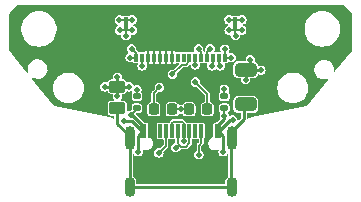
<source format=gtl>
%TF.GenerationSoftware,KiCad,Pcbnew,7.0.8*%
%TF.CreationDate,2023-10-15T21:47:16+02:00*%
%TF.ProjectId,usb-board,7573622d-626f-4617-9264-2e6b69636164,rev?*%
%TF.SameCoordinates,Original*%
%TF.FileFunction,Copper,L1,Top*%
%TF.FilePolarity,Positive*%
%FSLAX46Y46*%
G04 Gerber Fmt 4.6, Leading zero omitted, Abs format (unit mm)*
G04 Created by KiCad (PCBNEW 7.0.8) date 2023-10-15 21:47:16*
%MOMM*%
%LPD*%
G01*
G04 APERTURE LIST*
G04 Aperture macros list*
%AMRoundRect*
0 Rectangle with rounded corners*
0 $1 Rounding radius*
0 $2 $3 $4 $5 $6 $7 $8 $9 X,Y pos of 4 corners*
0 Add a 4 corners polygon primitive as box body*
4,1,4,$2,$3,$4,$5,$6,$7,$8,$9,$2,$3,0*
0 Add four circle primitives for the rounded corners*
1,1,$1+$1,$2,$3*
1,1,$1+$1,$4,$5*
1,1,$1+$1,$6,$7*
1,1,$1+$1,$8,$9*
0 Add four rect primitives between the rounded corners*
20,1,$1+$1,$2,$3,$4,$5,0*
20,1,$1+$1,$4,$5,$6,$7,0*
20,1,$1+$1,$6,$7,$8,$9,0*
20,1,$1+$1,$8,$9,$2,$3,0*%
G04 Aperture macros list end*
%TA.AperFunction,SMDPad,CuDef*%
%ADD10RoundRect,0.135000X-0.185000X0.135000X-0.185000X-0.135000X0.185000X-0.135000X0.185000X0.135000X0*%
%TD*%
%TA.AperFunction,SMDPad,CuDef*%
%ADD11RoundRect,0.250000X0.650000X-0.325000X0.650000X0.325000X-0.650000X0.325000X-0.650000X-0.325000X0*%
%TD*%
%TA.AperFunction,SMDPad,CuDef*%
%ADD12RoundRect,0.250000X-0.450000X0.262500X-0.450000X-0.262500X0.450000X-0.262500X0.450000X0.262500X0*%
%TD*%
%TA.AperFunction,SMDPad,CuDef*%
%ADD13RoundRect,0.218750X0.218750X0.256250X-0.218750X0.256250X-0.218750X-0.256250X0.218750X-0.256250X0*%
%TD*%
%TA.AperFunction,SMDPad,CuDef*%
%ADD14R,0.300000X0.650000*%
%TD*%
%TA.AperFunction,SMDPad,CuDef*%
%ADD15R,0.300000X1.150000*%
%TD*%
%TA.AperFunction,SMDPad,CuDef*%
%ADD16RoundRect,0.218750X-0.218750X-0.256250X0.218750X-0.256250X0.218750X0.256250X-0.218750X0.256250X0*%
%TD*%
%TA.AperFunction,SMDPad,CuDef*%
%ADD17R,0.600000X1.160000*%
%TD*%
%TA.AperFunction,SMDPad,CuDef*%
%ADD18R,0.300000X1.160000*%
%TD*%
%TA.AperFunction,ComponentPad*%
%ADD19O,0.900000X2.000000*%
%TD*%
%TA.AperFunction,ComponentPad*%
%ADD20O,0.900000X1.700000*%
%TD*%
%TA.AperFunction,ViaPad*%
%ADD21C,0.500000*%
%TD*%
%TA.AperFunction,Conductor*%
%ADD22C,0.250000*%
%TD*%
%TA.AperFunction,Conductor*%
%ADD23C,0.127000*%
%TD*%
G04 APERTURE END LIST*
D10*
%TO.P,R2,1*%
%TO.N,Net-(J2-CC2)*%
X103700000Y-100690000D03*
%TO.P,R2,2*%
%TO.N,GND*%
X103700000Y-101710000D03*
%TD*%
%TO.P,R1,1*%
%TO.N,Net-(J2-CC1)*%
X96300000Y-100690000D03*
%TO.P,R1,2*%
%TO.N,GND*%
X96300000Y-101710000D03*
%TD*%
D11*
%TO.P,C1,1*%
%TO.N,Net-(J2-SHIELD)*%
X105500000Y-101400000D03*
%TO.P,C1,2*%
%TO.N,GND*%
X105500000Y-98450000D03*
%TD*%
D12*
%TO.P,R3,1*%
%TO.N,GND*%
X94650000Y-99887500D03*
%TO.P,R3,2*%
%TO.N,Net-(J2-SHIELD)*%
X94650000Y-101712500D03*
%TD*%
D13*
%TO.P,D1,1,K*%
%TO.N,GND*%
X99300000Y-101800000D03*
%TO.P,D1,2,A*%
%TO.N,Net-(D1-A)*%
X97725000Y-101800000D03*
%TD*%
D14*
%TO.P,J3,1,Pin_1*%
%TO.N,GND*%
X103750000Y-97425000D03*
%TO.P,J3,2,Pin_2*%
%TO.N,Net-(J3-Pin_2)*%
X103250000Y-97425000D03*
%TO.P,J3,3,Pin_3*%
%TO.N,Net-(J3-Pin_3)*%
X102750000Y-97425000D03*
%TO.P,J3,4,Pin_4*%
%TO.N,GND*%
X102250000Y-97425000D03*
%TO.P,J3,5,Pin_5*%
X101750000Y-97425000D03*
%TO.P,J3,6,Pin_6*%
%TO.N,Net-(D2-A)*%
X101250000Y-97425000D03*
%TO.P,J3,7,Pin_7*%
%TO.N,Net-(D1-A)*%
X100750000Y-97425000D03*
%TO.P,J3,8,Pin_8*%
%TO.N,unconnected-(J3-Pin_8-Pad8)*%
X100250000Y-97425000D03*
%TO.P,J3,9,Pin_9*%
%TO.N,unconnected-(J3-Pin_9-Pad9)*%
X99750000Y-97425000D03*
%TO.P,J3,10,Pin_10*%
%TO.N,Net-(J3-Pin_10)*%
X99250000Y-97425000D03*
%TO.P,J3,11,Pin_11*%
X98750000Y-97425000D03*
%TO.P,J3,12,Pin_12*%
X98250000Y-97425000D03*
%TO.P,J3,13,Pin_13*%
X97750000Y-97425000D03*
%TO.P,J3,14,Pin_14*%
X97250000Y-97425000D03*
%TO.P,J3,15,Pin_15*%
%TO.N,GND*%
X96750000Y-97425000D03*
%TO.P,J3,16,Pin_16*%
X96250000Y-97425000D03*
D15*
%TO.P,J3,MP,MountPin*%
X104635000Y-94615000D03*
X95365000Y-94615000D03*
%TD*%
D16*
%TO.P,D2,1,K*%
%TO.N,GND*%
X100700002Y-101800000D03*
%TO.P,D2,2,A*%
%TO.N,Net-(D2-A)*%
X102275002Y-101800000D03*
%TD*%
D17*
%TO.P,J2,A1,GND*%
%TO.N,GND*%
X96800000Y-103650000D03*
%TO.P,J2,A4,VBUS*%
%TO.N,Net-(J3-Pin_10)*%
X97600000Y-103650000D03*
D18*
%TO.P,J2,A5,CC1*%
%TO.N,Net-(J2-CC1)*%
X98750000Y-103650000D03*
%TO.P,J2,A6,D+*%
%TO.N,Net-(J3-Pin_3)*%
X99750000Y-103650000D03*
%TO.P,J2,A7,D-*%
%TO.N,Net-(J3-Pin_2)*%
X100250000Y-103650000D03*
%TO.P,J2,A8,SBU1*%
%TO.N,unconnected-(J2-SBU1-PadA8)*%
X101250000Y-103650000D03*
D17*
%TO.P,J2,A9,VBUS*%
%TO.N,Net-(J3-Pin_10)*%
X102400000Y-103650000D03*
%TO.P,J2,A12,GND*%
%TO.N,GND*%
X103200000Y-103650000D03*
%TO.P,J2,B1,GND*%
X103200000Y-103650000D03*
%TO.P,J2,B4,VBUS*%
%TO.N,Net-(J3-Pin_10)*%
X102400000Y-103650000D03*
D18*
%TO.P,J2,B5,CC2*%
%TO.N,Net-(J2-CC2)*%
X101750000Y-103650000D03*
%TO.P,J2,B6,D+*%
%TO.N,Net-(J3-Pin_3)*%
X100750000Y-103650000D03*
%TO.P,J2,B7,D-*%
%TO.N,Net-(J3-Pin_2)*%
X99250000Y-103650000D03*
%TO.P,J2,B8,SBU2*%
%TO.N,unconnected-(J2-SBU2-PadB8)*%
X98250000Y-103650000D03*
D17*
%TO.P,J2,B9,VBUS*%
%TO.N,Net-(J3-Pin_10)*%
X97600000Y-103650000D03*
%TO.P,J2,B12,GND*%
%TO.N,GND*%
X96800000Y-103650000D03*
D19*
%TO.P,J2,S1,SHIELD*%
%TO.N,Net-(J2-SHIELD)*%
X95680000Y-104230000D03*
D20*
X95680000Y-108400000D03*
D19*
X104320000Y-104230000D03*
D20*
X104320000Y-108400000D03*
%TD*%
D21*
%TO.N,GND*%
X105900000Y-97600000D03*
X95200000Y-102800000D03*
X101525000Y-96700000D03*
X95890000Y-95110000D03*
X103600000Y-105400000D03*
X105175000Y-94225000D03*
X95850000Y-96675000D03*
X94825000Y-94250000D03*
X94850000Y-95125000D03*
X95800000Y-102300000D03*
X95900000Y-94225000D03*
X105175000Y-95100000D03*
X104650000Y-95575000D03*
X103750000Y-96725000D03*
X96400000Y-105400000D03*
X100000000Y-101800000D03*
X106800000Y-98500000D03*
X95650000Y-99900000D03*
X104102500Y-95135000D03*
X95375000Y-95575000D03*
X104100000Y-94235000D03*
X94650000Y-100700000D03*
X93600000Y-99900000D03*
X104275000Y-97425000D03*
X96750000Y-98125000D03*
X104400000Y-102700000D03*
X94650000Y-99100000D03*
X103700000Y-102400000D03*
X102500000Y-96700000D03*
X95725000Y-97425000D03*
X105500000Y-99300000D03*
%TO.N,Net-(D1-A)*%
X99300000Y-98850000D03*
X98200000Y-99950000D03*
%TO.N,Net-(D2-A)*%
X101250000Y-99500000D03*
X101250000Y-98050000D03*
%TO.N,Net-(J3-Pin_3)*%
X99600000Y-105050000D03*
X102650000Y-98125000D03*
%TO.N,Net-(J2-CC1)*%
X98150000Y-105500000D03*
X96300000Y-100150000D03*
%TO.N,Net-(J2-CC2)*%
X103700000Y-100100000D03*
X101550000Y-105650000D03*
%TO.N,Net-(J3-Pin_2)*%
X103350000Y-98125000D03*
X100250000Y-104500000D03*
%TD*%
D22*
%TO.N,Net-(J2-SHIELD)*%
X94650000Y-101712500D02*
X94650000Y-103050000D01*
X105375000Y-102625000D02*
X104300000Y-103700000D01*
X105375000Y-101525000D02*
X105375000Y-102625000D01*
X95680000Y-108780000D02*
X95700000Y-108800000D01*
X105500000Y-101400000D02*
X105375000Y-101525000D01*
X95680000Y-108400000D02*
X104300000Y-108400000D01*
X95680000Y-104230000D02*
X95680000Y-108780000D01*
X95700000Y-104100000D02*
X95700000Y-104600000D01*
X94650000Y-103050000D02*
X95700000Y-104100000D01*
X104300000Y-103700000D02*
X104300000Y-108400000D01*
D23*
%TO.N,GND*%
X95385000Y-95110000D02*
X94865000Y-95110000D01*
D22*
X106750000Y-98450000D02*
X106800000Y-98500000D01*
X96300000Y-103200000D02*
X95900000Y-102800000D01*
D23*
X104635000Y-95560000D02*
X104650000Y-95575000D01*
X104635000Y-94225000D02*
X104110000Y-94225000D01*
D22*
X103200000Y-103100000D02*
X103600000Y-102700000D01*
D23*
X103750000Y-97425000D02*
X104275000Y-97425000D01*
D22*
X96400000Y-104800000D02*
X96400000Y-105400000D01*
X103200000Y-103650000D02*
X103200000Y-103100000D01*
D23*
X104635000Y-94615000D02*
X104635000Y-95122500D01*
X95365000Y-95565000D02*
X95375000Y-95575000D01*
X101750000Y-96925000D02*
X101525000Y-96700000D01*
X104640000Y-95110000D02*
X105165000Y-95110000D01*
X104635000Y-95122500D02*
X104637500Y-95125000D01*
X103750000Y-97425000D02*
X103750000Y-96725000D01*
X101750000Y-97425000D02*
X101750000Y-96925000D01*
X96250000Y-97425000D02*
X95725000Y-97425000D01*
D22*
X93612500Y-99887500D02*
X93600000Y-99900000D01*
D23*
X103700000Y-102400000D02*
X103700000Y-101700000D01*
X95365000Y-94615000D02*
X95365000Y-95565000D01*
X95360000Y-94240000D02*
X94835000Y-94240000D01*
D22*
X103600000Y-104050000D02*
X103600000Y-104900000D01*
X96400000Y-104050000D02*
X96400000Y-104800000D01*
X105500000Y-98450000D02*
X106750000Y-98450000D01*
X103600000Y-104900000D02*
X103600000Y-105400000D01*
D23*
X95365000Y-94240000D02*
X95885000Y-94240000D01*
D22*
X94650000Y-99887500D02*
X95637500Y-99887500D01*
D23*
X96300000Y-101800000D02*
X95800000Y-102300000D01*
D22*
X96800000Y-103650000D02*
X96800000Y-103400000D01*
D23*
X96250000Y-97075000D02*
X95850000Y-96675000D01*
X96250000Y-97425000D02*
X96250000Y-97075000D01*
D22*
X96800000Y-103650000D02*
X96800000Y-103200000D01*
X94650000Y-99887500D02*
X94650000Y-100700000D01*
X96800000Y-103200000D02*
X96300000Y-102700000D01*
X103200000Y-103650000D02*
X103600000Y-104050000D01*
D23*
X104635000Y-94615000D02*
X104635000Y-95560000D01*
X96750000Y-97425000D02*
X96750000Y-98125000D01*
D22*
X105900000Y-98450000D02*
X105900000Y-97600000D01*
X104000000Y-102900000D02*
X104200000Y-102700000D01*
D23*
X96300000Y-101710000D02*
X96300000Y-101800000D01*
D22*
X95637500Y-99887500D02*
X95650000Y-99900000D01*
D23*
X95355000Y-95125000D02*
X95875000Y-95125000D01*
D22*
X95900000Y-102300000D02*
X95800000Y-102300000D01*
D23*
X99300000Y-101800000D02*
X100000000Y-101800000D01*
D22*
X94650000Y-99887500D02*
X93612500Y-99887500D01*
X105500000Y-98450000D02*
X105500000Y-99300000D01*
X96800000Y-103650000D02*
X96400000Y-104050000D01*
X103600000Y-102700000D02*
X103700000Y-102600000D01*
X104200000Y-102700000D02*
X104400000Y-102700000D01*
X103250000Y-103650000D02*
X104000000Y-102900000D01*
X103700000Y-102600000D02*
X103700000Y-102400000D01*
D23*
X102250000Y-96950000D02*
X102500000Y-96700000D01*
D22*
X95900000Y-102800000D02*
X95200000Y-102800000D01*
D23*
X100000000Y-101800000D02*
X100700000Y-101800000D01*
D22*
X103200000Y-103650000D02*
X103250000Y-103650000D01*
X96750000Y-103650000D02*
X96300000Y-103200000D01*
D23*
X104640000Y-94235000D02*
X105165000Y-94235000D01*
D22*
X96300000Y-102700000D02*
X95900000Y-102300000D01*
D23*
X104637500Y-95125000D02*
X104112500Y-95125000D01*
X102250000Y-97425000D02*
X102250000Y-96950000D01*
D22*
X96800000Y-103650000D02*
X96750000Y-103650000D01*
X94650000Y-99887500D02*
X94650000Y-99100000D01*
D23*
%TO.N,Net-(D1-A)*%
X97725000Y-100425000D02*
X98200000Y-99950000D01*
X100100000Y-98050000D02*
X99300000Y-98850000D01*
X97725000Y-101800000D02*
X97725000Y-100425000D01*
X100750000Y-97425000D02*
X100750000Y-97750000D01*
X100750000Y-97750000D02*
X100450000Y-98050000D01*
X100450000Y-98050000D02*
X100100000Y-98050000D01*
%TO.N,Net-(D2-A)*%
X102275002Y-101800000D02*
X102275002Y-100525002D01*
X101250000Y-98050000D02*
X101250000Y-97400000D01*
X102275002Y-100525002D02*
X101250000Y-99500000D01*
%TO.N,Net-(J3-Pin_3)*%
X99850000Y-104800000D02*
X100050000Y-105000000D01*
X100750000Y-104700000D02*
X100450000Y-105000000D01*
X100750000Y-103650000D02*
X100750000Y-104700000D01*
X102750000Y-97425000D02*
X102750000Y-98025000D01*
X99750000Y-104700000D02*
X99850000Y-104800000D01*
X102750000Y-98025000D02*
X102650000Y-98125000D01*
X99850000Y-104800000D02*
X99600000Y-105050000D01*
X99750000Y-103650000D02*
X99750000Y-104700000D01*
X100450000Y-105000000D02*
X100050000Y-105000000D01*
%TO.N,Net-(J2-CC1)*%
X96300000Y-100150000D02*
X96300000Y-100750000D01*
X98150000Y-105500000D02*
X98750000Y-104900000D01*
X98750000Y-103650000D02*
X98750000Y-104575000D01*
X98750000Y-104900000D02*
X98750000Y-104575000D01*
%TO.N,Net-(J2-CC2)*%
X103700000Y-100690000D02*
X103700000Y-100100000D01*
X101750000Y-104650000D02*
X101600000Y-104800000D01*
X101750000Y-103650000D02*
X101750000Y-104650000D01*
X101600000Y-104800000D02*
X101550000Y-104850000D01*
X101550000Y-104850000D02*
X101550000Y-105650000D01*
D22*
%TO.N,Net-(J3-Pin_10)*%
X98000000Y-102700000D02*
X98100000Y-102600000D01*
X102400000Y-103650000D02*
X102400000Y-103066000D01*
X101834000Y-102500000D02*
X101500000Y-102500000D01*
D23*
X97250000Y-97425000D02*
X97250000Y-96050000D01*
X98750000Y-97425000D02*
X98750000Y-96625000D01*
X99250000Y-97425000D02*
X99250000Y-98025000D01*
D22*
X97600000Y-103650000D02*
X97600000Y-103100000D01*
D23*
X98250000Y-97425000D02*
X98250000Y-98250000D01*
D22*
X97600000Y-103200000D02*
X96900000Y-102500000D01*
X97600000Y-104100000D02*
X98200000Y-104700000D01*
X102400000Y-103100000D02*
X103000000Y-102500000D01*
D23*
X99250000Y-97425000D02*
X99250000Y-96775000D01*
D22*
X97600000Y-103100000D02*
X98000000Y-102700000D01*
X97600000Y-103650000D02*
X97600000Y-104100000D01*
X102400000Y-103650000D02*
X102250000Y-103800000D01*
X102250000Y-104400000D02*
X102100000Y-104550000D01*
X102400000Y-103066000D02*
X101834000Y-102500000D01*
D23*
X97750000Y-97425000D02*
X97750000Y-98425000D01*
D22*
X97600000Y-103650000D02*
X97600000Y-103200000D01*
D23*
X97250000Y-97425000D02*
X97250000Y-98750000D01*
D22*
X102100000Y-104550000D02*
X102100000Y-105150000D01*
X102400000Y-103650000D02*
X102400000Y-104100000D01*
D23*
X97750000Y-97425000D02*
X97750000Y-96275000D01*
D22*
X102400000Y-103650000D02*
X102400000Y-103100000D01*
X102250000Y-103800000D02*
X102250000Y-104400000D01*
D23*
X98250000Y-97425000D02*
X98250000Y-96400000D01*
X98750000Y-97425000D02*
X98750000Y-98150000D01*
D22*
X98100000Y-102600000D02*
X98500000Y-102600000D01*
D23*
%TO.N,Net-(J3-Pin_2)*%
X100250000Y-103650000D02*
X100250000Y-104500000D01*
X100250000Y-103650000D02*
X100250000Y-102950000D01*
X99250000Y-103650000D02*
X99250000Y-102950000D01*
X103250000Y-97425000D02*
X103250000Y-98025000D01*
X103250000Y-98025000D02*
X103350000Y-98125000D01*
X99250000Y-102950000D02*
X99350000Y-102850000D01*
X99350000Y-102850000D02*
X100150000Y-102850000D01*
X100250000Y-102950000D02*
X100150000Y-102850000D01*
%TD*%
%TA.AperFunction,Conductor*%
%TO.N,Net-(J3-Pin_10)*%
G36*
X113810992Y-93018806D02*
G01*
X114481194Y-93689008D01*
X114499500Y-93733202D01*
X114499500Y-96802509D01*
X114485804Y-96841552D01*
X113082109Y-98596170D01*
X113040207Y-98619245D01*
X112994262Y-98605931D01*
X112971187Y-98564029D01*
X112971629Y-98547015D01*
X112980156Y-98495010D01*
X112980155Y-98495009D01*
X112973813Y-98378049D01*
X112970422Y-98315499D01*
X112922327Y-98142277D01*
X112838119Y-97983444D01*
X112721735Y-97846426D01*
X112610650Y-97761981D01*
X112578619Y-97737631D01*
X112487477Y-97695465D01*
X112415459Y-97662146D01*
X112415460Y-97662146D01*
X112371566Y-97652484D01*
X112239887Y-97623500D01*
X112105184Y-97623500D01*
X112105183Y-97623500D01*
X111971278Y-97638063D01*
X111971272Y-97638064D01*
X111800913Y-97695465D01*
X111646874Y-97788149D01*
X111646873Y-97788149D01*
X111516357Y-97911781D01*
X111415469Y-98060580D01*
X111348931Y-98227580D01*
X111348930Y-98227582D01*
X111348930Y-98227584D01*
X111343344Y-98261657D01*
X111319845Y-98404990D01*
X111319844Y-98404990D01*
X111329577Y-98584494D01*
X111329577Y-98584498D01*
X111329578Y-98584501D01*
X111346200Y-98644367D01*
X111377673Y-98757724D01*
X111377675Y-98757728D01*
X111456015Y-98905491D01*
X111461881Y-98916556D01*
X111578265Y-99053574D01*
X111666357Y-99120540D01*
X111721380Y-99162368D01*
X111721381Y-99162368D01*
X111721382Y-99162369D01*
X111884541Y-99237854D01*
X112060113Y-99276500D01*
X112060116Y-99276500D01*
X112194812Y-99276500D01*
X112194816Y-99276500D01*
X112328721Y-99261937D01*
X112429205Y-99228080D01*
X112476929Y-99231316D01*
X112508388Y-99267351D01*
X112505152Y-99315077D01*
X112497964Y-99326351D01*
X110737289Y-101527196D01*
X110700742Y-101549439D01*
X105956510Y-102498286D01*
X105944253Y-102499500D01*
X105928039Y-102499500D01*
X105881500Y-102513163D01*
X105878827Y-102513821D01*
X105866744Y-102516238D01*
X105866742Y-102516239D01*
X105846671Y-102523342D01*
X105845051Y-102523866D01*
X105789949Y-102540046D01*
X105789942Y-102540049D01*
X105784353Y-102543641D01*
X105771424Y-102549977D01*
X105765995Y-102551899D01*
X105765158Y-102552196D01*
X105726607Y-102580055D01*
X105680065Y-102591103D01*
X105639343Y-102566005D01*
X105627500Y-102529398D01*
X105627500Y-102164999D01*
X105645806Y-102120805D01*
X105690000Y-102102499D01*
X106185826Y-102102499D01*
X106259204Y-102091809D01*
X106372390Y-102036476D01*
X106461476Y-101947390D01*
X106516809Y-101834204D01*
X106527500Y-101760827D01*
X106527499Y-101039174D01*
X106516809Y-100965796D01*
X106461476Y-100852610D01*
X106372390Y-100763524D01*
X106259204Y-100708191D01*
X106259202Y-100708190D01*
X106259201Y-100708190D01*
X106200913Y-100699698D01*
X106185827Y-100697500D01*
X106185826Y-100697500D01*
X104814174Y-100697500D01*
X104740798Y-100708190D01*
X104740797Y-100708190D01*
X104740796Y-100708191D01*
X104627610Y-100763524D01*
X104627608Y-100763525D01*
X104538525Y-100852608D01*
X104483190Y-100965798D01*
X104472500Y-101039173D01*
X104472500Y-101760825D01*
X104483190Y-101834201D01*
X104483191Y-101834204D01*
X104538524Y-101947390D01*
X104627610Y-102036476D01*
X104740796Y-102091809D01*
X104814173Y-102102500D01*
X105060000Y-102102499D01*
X105104194Y-102120805D01*
X105122500Y-102164999D01*
X105122500Y-102494522D01*
X105104194Y-102538716D01*
X104911016Y-102731893D01*
X104866822Y-102750199D01*
X104822628Y-102731893D01*
X104805092Y-102697479D01*
X104785646Y-102574696D01*
X104728050Y-102461658D01*
X104638342Y-102371950D01*
X104525304Y-102314354D01*
X104400000Y-102294508D01*
X104274695Y-102314354D01*
X104274691Y-102314355D01*
X104182222Y-102361471D01*
X104134534Y-102365224D01*
X104098160Y-102334157D01*
X104092118Y-102315564D01*
X104085646Y-102274696D01*
X104028050Y-102161658D01*
X104024032Y-102157640D01*
X104005726Y-102113446D01*
X104024032Y-102069252D01*
X104033504Y-102061479D01*
X104074251Y-102034253D01*
X104089906Y-102010825D01*
X104132270Y-101947423D01*
X104147500Y-101870856D01*
X104147500Y-101549144D01*
X104132270Y-101472577D01*
X104132269Y-101472575D01*
X104074252Y-101385747D01*
X103987424Y-101327730D01*
X103987422Y-101327729D01*
X103910856Y-101312500D01*
X103489144Y-101312500D01*
X103412577Y-101327729D01*
X103412575Y-101327730D01*
X103325747Y-101385747D01*
X103267730Y-101472575D01*
X103267729Y-101472577D01*
X103252500Y-101549143D01*
X103252500Y-101870856D01*
X103267729Y-101947422D01*
X103267730Y-101947424D01*
X103325747Y-102034252D01*
X103366495Y-102061479D01*
X103393071Y-102101253D01*
X103383739Y-102148169D01*
X103375969Y-102157637D01*
X103371952Y-102161654D01*
X103314354Y-102274694D01*
X103314354Y-102274695D01*
X103294508Y-102400000D01*
X103314354Y-102525304D01*
X103314355Y-102525308D01*
X103328590Y-102553245D01*
X103332343Y-102600933D01*
X103317096Y-102625813D01*
X103043395Y-102899514D01*
X103033927Y-102907285D01*
X103017956Y-102917957D01*
X103013604Y-102922310D01*
X103011665Y-102920371D01*
X102980341Y-102941300D01*
X102968151Y-102942500D01*
X102887442Y-102942500D01*
X102868847Y-102946199D01*
X102850251Y-102949898D01*
X102850250Y-102949898D01*
X102808077Y-102978077D01*
X102779898Y-103020250D01*
X102779898Y-103020251D01*
X102772500Y-103057442D01*
X102772500Y-104119854D01*
X102754194Y-104164048D01*
X102734901Y-104177179D01*
X102601278Y-104235220D01*
X102483893Y-104330721D01*
X102483890Y-104330724D01*
X102396622Y-104454353D01*
X102345945Y-104596944D01*
X102336115Y-104740668D01*
X102335619Y-104747921D01*
X102362663Y-104878065D01*
X102366408Y-104896084D01*
X102366408Y-104896086D01*
X102402452Y-104965647D01*
X102436029Y-105030447D01*
X102514393Y-105114354D01*
X102539321Y-105141045D01*
X102562404Y-105155082D01*
X102668618Y-105219672D01*
X102814332Y-105260499D01*
X102814332Y-105260500D01*
X102814335Y-105260500D01*
X102927657Y-105260500D01*
X102927658Y-105260500D01*
X103039920Y-105245070D01*
X103127836Y-105206881D01*
X103175664Y-105206064D01*
X103210061Y-105239306D01*
X103214467Y-105273984D01*
X103214354Y-105274695D01*
X103214354Y-105274696D01*
X103207444Y-105318327D01*
X103197180Y-105383132D01*
X103194508Y-105400000D01*
X103196818Y-105414584D01*
X103214354Y-105525304D01*
X103214354Y-105525305D01*
X103242627Y-105580793D01*
X103271950Y-105638342D01*
X103361658Y-105728050D01*
X103474696Y-105785646D01*
X103600000Y-105805492D01*
X103725304Y-105785646D01*
X103838342Y-105728050D01*
X103928050Y-105638342D01*
X103929311Y-105635866D01*
X103930728Y-105634656D01*
X103930943Y-105634361D01*
X103931013Y-105634412D01*
X103965684Y-105604799D01*
X104013372Y-105608550D01*
X104044440Y-105644923D01*
X104047500Y-105664239D01*
X104047500Y-107450352D01*
X104029194Y-107494546D01*
X104023048Y-107499937D01*
X103908120Y-107588123D01*
X103815553Y-107708762D01*
X103757366Y-107849238D01*
X103757363Y-107849248D01*
X103742500Y-107962146D01*
X103742500Y-108085000D01*
X103724194Y-108129194D01*
X103680000Y-108147500D01*
X96320000Y-108147500D01*
X96275806Y-108129194D01*
X96257500Y-108085000D01*
X96257500Y-107962157D01*
X96257500Y-107962151D01*
X96242635Y-107849242D01*
X96184445Y-107708759D01*
X96091878Y-107588122D01*
X96091876Y-107588121D01*
X96091876Y-107588120D01*
X95971238Y-107495552D01*
X95971071Y-107495483D01*
X95971006Y-107495418D01*
X95967691Y-107493504D01*
X95968204Y-107492615D01*
X95937253Y-107461651D01*
X95932500Y-107437745D01*
X95932500Y-105624987D01*
X95950806Y-105580793D01*
X95995000Y-105562487D01*
X96039194Y-105580793D01*
X96050688Y-105596613D01*
X96070688Y-105635867D01*
X96071950Y-105638342D01*
X96161658Y-105728050D01*
X96274696Y-105785646D01*
X96400000Y-105805492D01*
X96525304Y-105785646D01*
X96638342Y-105728050D01*
X96728050Y-105638342D01*
X96785646Y-105525304D01*
X96789654Y-105500000D01*
X97744508Y-105500000D01*
X97764354Y-105625304D01*
X97764354Y-105625305D01*
X97770997Y-105638342D01*
X97821950Y-105738342D01*
X97911658Y-105828050D01*
X98024696Y-105885646D01*
X98150000Y-105905492D01*
X98275304Y-105885646D01*
X98388342Y-105828050D01*
X98478050Y-105738342D01*
X98535646Y-105625304D01*
X98555492Y-105500000D01*
X98541963Y-105414582D01*
X98553130Y-105368070D01*
X98559494Y-105360619D01*
X98854602Y-105065511D01*
X98871679Y-105053396D01*
X98872149Y-105053170D01*
X98891548Y-105028842D01*
X98893885Y-105026229D01*
X98896479Y-105023636D01*
X98900275Y-105019840D01*
X98905082Y-105012189D01*
X98907114Y-105009324D01*
X98926511Y-104985003D01*
X98926625Y-104984500D01*
X98934644Y-104965141D01*
X98934918Y-104964706D01*
X98938401Y-104933779D01*
X98938988Y-104930332D01*
X98941000Y-104921521D01*
X98941000Y-104912482D01*
X98941197Y-104908980D01*
X98941884Y-104902877D01*
X98944680Y-104878065D01*
X98944506Y-104877570D01*
X98941000Y-104856929D01*
X98941000Y-104394031D01*
X98959306Y-104349837D01*
X99003500Y-104331531D01*
X99038222Y-104342064D01*
X99050252Y-104350102D01*
X99087442Y-104357500D01*
X99087443Y-104357500D01*
X99412557Y-104357500D01*
X99412558Y-104357500D01*
X99449748Y-104350102D01*
X99461776Y-104342064D01*
X99508691Y-104332732D01*
X99548466Y-104359306D01*
X99559000Y-104394031D01*
X99559000Y-104597621D01*
X99540694Y-104641815D01*
X99506278Y-104659351D01*
X99474698Y-104664353D01*
X99474697Y-104664353D01*
X99361657Y-104721950D01*
X99271950Y-104811657D01*
X99214354Y-104924694D01*
X99214354Y-104924695D01*
X99194508Y-105050000D01*
X99214354Y-105175304D01*
X99214354Y-105175305D01*
X99245476Y-105236385D01*
X99271950Y-105288342D01*
X99361658Y-105378050D01*
X99474696Y-105435646D01*
X99600000Y-105455492D01*
X99725304Y-105435646D01*
X99838342Y-105378050D01*
X99928050Y-105288342D01*
X99960831Y-105224003D01*
X99997204Y-105192936D01*
X100024870Y-105191696D01*
X100024993Y-105190607D01*
X100028478Y-105190999D01*
X100028479Y-105191000D01*
X100037515Y-105191000D01*
X100041016Y-105191197D01*
X100063447Y-105193723D01*
X100071935Y-105194680D01*
X100071935Y-105194679D01*
X100071936Y-105194680D01*
X100072428Y-105194508D01*
X100093072Y-105191000D01*
X100406928Y-105191000D01*
X100427570Y-105194507D01*
X100427573Y-105194508D01*
X100428065Y-105194680D01*
X100452934Y-105191878D01*
X100458981Y-105191197D01*
X100462483Y-105191000D01*
X100471521Y-105191000D01*
X100480334Y-105188987D01*
X100483779Y-105188401D01*
X100514706Y-105184918D01*
X100515141Y-105184644D01*
X100534500Y-105176625D01*
X100535003Y-105176511D01*
X100559328Y-105157110D01*
X100562189Y-105155082D01*
X100569840Y-105150275D01*
X100576229Y-105143885D01*
X100578842Y-105141548D01*
X100603170Y-105122149D01*
X100603396Y-105121679D01*
X100615511Y-105104602D01*
X100854602Y-104865511D01*
X100871679Y-104853396D01*
X100872149Y-104853170D01*
X100891548Y-104828842D01*
X100893885Y-104826229D01*
X100897059Y-104823056D01*
X100900275Y-104819840D01*
X100905082Y-104812189D01*
X100907114Y-104809324D01*
X100908167Y-104808004D01*
X100926511Y-104785003D01*
X100926625Y-104784500D01*
X100934644Y-104765141D01*
X100934918Y-104764706D01*
X100938401Y-104733779D01*
X100938988Y-104730332D01*
X100941000Y-104721521D01*
X100941000Y-104712482D01*
X100941197Y-104708980D01*
X100941884Y-104702877D01*
X100944680Y-104678065D01*
X100944506Y-104677570D01*
X100941000Y-104656929D01*
X100941000Y-104394031D01*
X100959306Y-104349837D01*
X101003500Y-104331531D01*
X101038222Y-104342064D01*
X101050252Y-104350102D01*
X101087442Y-104357500D01*
X101087443Y-104357500D01*
X101412557Y-104357500D01*
X101412558Y-104357500D01*
X101449748Y-104350102D01*
X101461776Y-104342064D01*
X101508691Y-104332732D01*
X101548466Y-104359306D01*
X101559000Y-104394031D01*
X101559000Y-104544997D01*
X101540694Y-104589191D01*
X101480159Y-104649726D01*
X101445392Y-104684490D01*
X101428328Y-104696600D01*
X101427850Y-104696829D01*
X101408455Y-104721150D01*
X101406121Y-104723762D01*
X101399725Y-104730159D01*
X101399724Y-104730160D01*
X101394916Y-104737812D01*
X101392889Y-104740668D01*
X101373489Y-104764996D01*
X101373488Y-104764998D01*
X101373370Y-104765516D01*
X101365365Y-104784843D01*
X101365082Y-104785293D01*
X101365081Y-104785295D01*
X101361598Y-104816211D01*
X101361011Y-104819666D01*
X101359000Y-104828477D01*
X101359000Y-104837516D01*
X101358803Y-104841017D01*
X101355320Y-104871935D01*
X101355492Y-104872427D01*
X101359000Y-104893071D01*
X101359000Y-105259528D01*
X101340694Y-105303722D01*
X101324875Y-105315215D01*
X101311659Y-105321948D01*
X101311658Y-105321950D01*
X101221950Y-105411657D01*
X101164354Y-105524694D01*
X101164354Y-105524695D01*
X101144508Y-105650000D01*
X101164354Y-105775304D01*
X101164354Y-105775305D01*
X101220576Y-105885645D01*
X101221950Y-105888342D01*
X101311658Y-105978050D01*
X101424696Y-106035646D01*
X101550000Y-106055492D01*
X101675304Y-106035646D01*
X101788342Y-105978050D01*
X101878050Y-105888342D01*
X101935646Y-105775304D01*
X101955492Y-105650000D01*
X101935646Y-105524696D01*
X101878050Y-105411658D01*
X101788342Y-105321950D01*
X101788340Y-105321948D01*
X101775125Y-105315215D01*
X101744059Y-105278841D01*
X101741000Y-105259528D01*
X101741000Y-104955002D01*
X101759305Y-104910809D01*
X101854602Y-104815511D01*
X101871679Y-104803396D01*
X101872149Y-104803170D01*
X101891548Y-104778842D01*
X101893885Y-104776229D01*
X101900275Y-104769840D01*
X101905082Y-104762189D01*
X101907114Y-104759324D01*
X101926511Y-104735003D01*
X101926625Y-104734500D01*
X101934644Y-104715141D01*
X101934918Y-104714706D01*
X101938401Y-104683779D01*
X101938988Y-104680332D01*
X101939619Y-104677571D01*
X101941000Y-104671521D01*
X101941000Y-104662482D01*
X101941197Y-104658980D01*
X101942239Y-104649726D01*
X101944680Y-104628065D01*
X101944506Y-104627570D01*
X101941000Y-104606929D01*
X101941000Y-104389354D01*
X101959306Y-104345160D01*
X101968777Y-104337387D01*
X101991922Y-104321922D01*
X102020101Y-104279749D01*
X102020102Y-104279748D01*
X102027500Y-104242558D01*
X102027500Y-103057442D01*
X102020102Y-103020252D01*
X102000000Y-102990167D01*
X101991922Y-102978077D01*
X101949748Y-102949898D01*
X101942021Y-102948361D01*
X101912558Y-102942500D01*
X101587442Y-102942500D01*
X101568847Y-102946199D01*
X101550251Y-102949898D01*
X101550250Y-102949898D01*
X101534723Y-102960274D01*
X101487807Y-102969606D01*
X101465277Y-102960274D01*
X101449748Y-102949898D01*
X101442021Y-102948361D01*
X101412558Y-102942500D01*
X101087442Y-102942500D01*
X101068847Y-102946199D01*
X101050251Y-102949898D01*
X101050250Y-102949898D01*
X101034723Y-102960274D01*
X100987807Y-102969606D01*
X100965277Y-102960274D01*
X100949748Y-102949898D01*
X100942021Y-102948361D01*
X100912558Y-102942500D01*
X100587442Y-102942500D01*
X100568847Y-102946199D01*
X100550251Y-102949898D01*
X100535158Y-102959983D01*
X100488242Y-102969314D01*
X100448468Y-102942737D01*
X100439509Y-102921948D01*
X100439458Y-102921726D01*
X100438986Y-102919656D01*
X100438400Y-102916208D01*
X100434918Y-102885295D01*
X100434918Y-102885294D01*
X100434639Y-102884851D01*
X100426625Y-102865498D01*
X100426511Y-102864997D01*
X100407109Y-102840668D01*
X100405079Y-102837806D01*
X100404680Y-102837172D01*
X100400275Y-102830160D01*
X100393877Y-102823762D01*
X100391544Y-102821151D01*
X100391543Y-102821150D01*
X100372149Y-102796830D01*
X100372148Y-102796829D01*
X100371828Y-102796675D01*
X100371671Y-102796600D01*
X100354601Y-102784486D01*
X100315513Y-102745398D01*
X100303397Y-102728322D01*
X100303170Y-102727851D01*
X100303169Y-102727850D01*
X100278844Y-102708451D01*
X100276232Y-102706117D01*
X100269840Y-102699725D01*
X100269838Y-102699724D01*
X100262182Y-102694913D01*
X100259324Y-102692885D01*
X100235003Y-102673489D01*
X100235000Y-102673488D01*
X100234484Y-102673370D01*
X100215151Y-102665361D01*
X100214705Y-102665081D01*
X100214707Y-102665081D01*
X100183789Y-102661598D01*
X100180334Y-102661011D01*
X100171522Y-102659000D01*
X100171521Y-102659000D01*
X100162483Y-102659000D01*
X100158981Y-102658803D01*
X100129600Y-102655493D01*
X100128065Y-102655320D01*
X100128064Y-102655320D01*
X100127570Y-102655493D01*
X100106928Y-102659000D01*
X99393072Y-102659000D01*
X99372430Y-102655493D01*
X99371935Y-102655320D01*
X99341019Y-102658803D01*
X99337517Y-102659000D01*
X99328477Y-102659000D01*
X99319666Y-102661011D01*
X99316211Y-102661598D01*
X99285295Y-102665081D01*
X99285293Y-102665082D01*
X99284843Y-102665365D01*
X99265516Y-102673370D01*
X99264998Y-102673488D01*
X99264996Y-102673489D01*
X99240668Y-102692889D01*
X99237812Y-102694916D01*
X99230160Y-102699724D01*
X99230159Y-102699725D01*
X99223762Y-102706121D01*
X99221150Y-102708455D01*
X99196829Y-102727850D01*
X99196601Y-102728326D01*
X99184488Y-102745395D01*
X99145395Y-102784488D01*
X99128326Y-102796601D01*
X99127850Y-102796829D01*
X99108455Y-102821150D01*
X99106121Y-102823762D01*
X99099725Y-102830159D01*
X99099724Y-102830160D01*
X99094916Y-102837812D01*
X99092889Y-102840668D01*
X99073489Y-102864996D01*
X99073488Y-102864998D01*
X99073370Y-102865516D01*
X99065365Y-102884843D01*
X99065082Y-102885293D01*
X99065081Y-102885295D01*
X99061598Y-102916207D01*
X99061013Y-102919656D01*
X99060500Y-102921905D01*
X99032830Y-102960926D01*
X98985673Y-102968952D01*
X98964840Y-102959982D01*
X98949748Y-102949898D01*
X98942021Y-102948361D01*
X98912558Y-102942500D01*
X98587442Y-102942500D01*
X98568847Y-102946199D01*
X98550251Y-102949898D01*
X98550250Y-102949898D01*
X98534723Y-102960274D01*
X98487807Y-102969606D01*
X98465277Y-102960274D01*
X98449748Y-102949898D01*
X98442021Y-102948361D01*
X98412558Y-102942500D01*
X98087442Y-102942500D01*
X98068847Y-102946199D01*
X98050251Y-102949898D01*
X98050250Y-102949898D01*
X98008077Y-102978077D01*
X97979898Y-103020250D01*
X97979898Y-103020251D01*
X97972500Y-103057442D01*
X97972500Y-104242557D01*
X97979898Y-104279748D01*
X97979898Y-104279749D01*
X98008077Y-104321922D01*
X98024256Y-104332732D01*
X98050252Y-104350102D01*
X98087442Y-104357500D01*
X98087443Y-104357500D01*
X98412557Y-104357500D01*
X98412558Y-104357500D01*
X98449748Y-104350102D01*
X98461776Y-104342064D01*
X98508691Y-104332732D01*
X98548466Y-104359306D01*
X98559000Y-104394031D01*
X98559000Y-104794996D01*
X98540694Y-104839190D01*
X98289385Y-105090498D01*
X98245191Y-105108804D01*
X98235415Y-105108035D01*
X98150000Y-105094508D01*
X98024695Y-105114354D01*
X98024694Y-105114354D01*
X97911657Y-105171950D01*
X97821950Y-105261657D01*
X97764354Y-105374694D01*
X97764354Y-105374695D01*
X97744508Y-105500000D01*
X96789654Y-105500000D01*
X96805492Y-105400000D01*
X96786140Y-105277816D01*
X96797307Y-105231304D01*
X96838094Y-105206310D01*
X96880343Y-105214640D01*
X96888618Y-105219672D01*
X97034332Y-105260499D01*
X97034332Y-105260500D01*
X97034335Y-105260500D01*
X97147657Y-105260500D01*
X97147658Y-105260500D01*
X97259920Y-105245070D01*
X97398720Y-105184780D01*
X97516108Y-105089278D01*
X97603377Y-104965647D01*
X97654054Y-104823056D01*
X97664381Y-104672079D01*
X97633592Y-104523915D01*
X97563971Y-104389553D01*
X97460680Y-104278956D01*
X97460679Y-104278955D01*
X97460678Y-104278954D01*
X97374481Y-104226537D01*
X97331382Y-104200328D01*
X97331375Y-104200326D01*
X97273137Y-104184008D01*
X97235521Y-104154458D01*
X97227500Y-104123826D01*
X97227500Y-103057442D01*
X97226517Y-103052500D01*
X97220102Y-103020252D01*
X97200000Y-102990167D01*
X97191922Y-102978077D01*
X97149748Y-102949898D01*
X97142021Y-102948361D01*
X97112558Y-102942500D01*
X97112557Y-102942500D01*
X96925477Y-102942500D01*
X96881283Y-102924194D01*
X96210142Y-102253053D01*
X96192606Y-102218640D01*
X96191964Y-102214588D01*
X96203128Y-102168073D01*
X96209493Y-102160620D01*
X96244310Y-102125805D01*
X96288503Y-102107500D01*
X96510856Y-102107500D01*
X96564599Y-102096810D01*
X97160000Y-102096810D01*
X97160001Y-102096818D01*
X97166639Y-102147248D01*
X97171484Y-102157637D01*
X97218244Y-102257915D01*
X97304584Y-102344255D01*
X97304585Y-102344255D01*
X97304586Y-102344256D01*
X97415252Y-102395861D01*
X97465681Y-102402500D01*
X97984318Y-102402499D01*
X98034748Y-102395861D01*
X98145414Y-102344256D01*
X98145415Y-102344255D01*
X98145416Y-102344255D01*
X98231755Y-102257916D01*
X98231755Y-102257915D01*
X98231756Y-102257914D01*
X98283361Y-102147248D01*
X98290000Y-102096819D01*
X98290000Y-102096810D01*
X98735000Y-102096810D01*
X98735001Y-102096818D01*
X98741639Y-102147248D01*
X98746484Y-102157637D01*
X98793244Y-102257915D01*
X98879584Y-102344255D01*
X98879585Y-102344255D01*
X98879586Y-102344256D01*
X98990252Y-102395861D01*
X99040681Y-102402500D01*
X99559318Y-102402499D01*
X99609748Y-102395861D01*
X99720414Y-102344256D01*
X99720415Y-102344255D01*
X99720416Y-102344255D01*
X99806753Y-102257917D01*
X99806756Y-102257914D01*
X99822906Y-102223278D01*
X99858171Y-102190963D01*
X99889325Y-102187963D01*
X99908267Y-102190963D01*
X99999997Y-102205492D01*
X100000000Y-102205492D01*
X100000003Y-102205492D01*
X100091733Y-102190963D01*
X100110674Y-102187963D01*
X100157187Y-102199129D01*
X100177095Y-102223279D01*
X100193246Y-102257915D01*
X100279586Y-102344255D01*
X100279587Y-102344255D01*
X100279588Y-102344256D01*
X100390254Y-102395861D01*
X100440683Y-102402500D01*
X100959320Y-102402499D01*
X101009750Y-102395861D01*
X101120416Y-102344256D01*
X101120417Y-102344255D01*
X101120418Y-102344255D01*
X101206757Y-102257916D01*
X101206757Y-102257915D01*
X101206758Y-102257914D01*
X101258363Y-102147248D01*
X101265002Y-102096819D01*
X101265001Y-101503182D01*
X101258363Y-101452752D01*
X101206758Y-101342086D01*
X101206757Y-101342085D01*
X101206757Y-101342084D01*
X101120417Y-101255744D01*
X101009749Y-101204138D01*
X100959321Y-101197500D01*
X100440692Y-101197500D01*
X100440690Y-101197500D01*
X100440684Y-101197501D01*
X100390254Y-101204139D01*
X100390252Y-101204139D01*
X100390251Y-101204140D01*
X100279586Y-101255744D01*
X100279586Y-101255745D01*
X100193247Y-101342083D01*
X100177095Y-101376721D01*
X100141826Y-101409037D01*
X100110674Y-101412036D01*
X100000000Y-101394508D01*
X99889326Y-101412036D01*
X99842813Y-101400869D01*
X99822906Y-101376720D01*
X99806756Y-101342086D01*
X99806754Y-101342084D01*
X99806754Y-101342083D01*
X99720415Y-101255744D01*
X99609747Y-101204138D01*
X99559319Y-101197500D01*
X99040690Y-101197500D01*
X99040688Y-101197500D01*
X99040682Y-101197501D01*
X98990252Y-101204139D01*
X98990250Y-101204139D01*
X98990249Y-101204140D01*
X98879584Y-101255744D01*
X98879584Y-101255745D01*
X98793245Y-101342084D01*
X98793244Y-101342084D01*
X98741638Y-101452752D01*
X98735000Y-101503174D01*
X98735000Y-102096809D01*
X98735000Y-102096810D01*
X98290000Y-102096810D01*
X98289999Y-101503182D01*
X98283361Y-101452752D01*
X98231756Y-101342086D01*
X98231755Y-101342085D01*
X98231755Y-101342084D01*
X98145415Y-101255744D01*
X98034747Y-101204138D01*
X97984325Y-101197500D01*
X97984319Y-101197500D01*
X97978500Y-101197500D01*
X97934306Y-101179194D01*
X97916000Y-101135000D01*
X97916000Y-100530002D01*
X97934305Y-100485809D01*
X98060614Y-100359499D01*
X98104807Y-100341194D01*
X98114577Y-100341962D01*
X98200000Y-100355492D01*
X98325304Y-100335646D01*
X98438342Y-100278050D01*
X98528050Y-100188342D01*
X98585646Y-100075304D01*
X98605492Y-99950000D01*
X98585646Y-99824696D01*
X98528050Y-99711658D01*
X98438342Y-99621950D01*
X98325304Y-99564354D01*
X98200000Y-99544508D01*
X98074695Y-99564354D01*
X98074694Y-99564354D01*
X97961657Y-99621950D01*
X97871950Y-99711657D01*
X97814354Y-99824694D01*
X97814354Y-99824695D01*
X97794508Y-99950000D01*
X97808035Y-100035415D01*
X97796867Y-100081928D01*
X97790498Y-100089385D01*
X97620395Y-100259488D01*
X97603326Y-100271601D01*
X97602850Y-100271829D01*
X97583455Y-100296150D01*
X97581121Y-100298762D01*
X97574725Y-100305159D01*
X97574724Y-100305160D01*
X97569916Y-100312812D01*
X97567889Y-100315668D01*
X97548489Y-100339996D01*
X97548488Y-100339998D01*
X97548370Y-100340516D01*
X97540365Y-100359843D01*
X97540082Y-100360293D01*
X97540081Y-100360295D01*
X97536598Y-100391211D01*
X97536011Y-100394666D01*
X97534000Y-100403477D01*
X97534000Y-100412516D01*
X97533803Y-100416017D01*
X97530320Y-100446935D01*
X97530492Y-100447427D01*
X97534000Y-100468071D01*
X97534000Y-101135000D01*
X97515694Y-101179194D01*
X97471508Y-101197500D01*
X97465693Y-101197500D01*
X97465688Y-101197500D01*
X97465682Y-101197501D01*
X97415252Y-101204139D01*
X97415250Y-101204139D01*
X97415249Y-101204140D01*
X97304584Y-101255744D01*
X97304584Y-101255745D01*
X97218245Y-101342084D01*
X97218244Y-101342084D01*
X97166638Y-101452752D01*
X97160000Y-101503174D01*
X97160000Y-102096809D01*
X97160000Y-102096810D01*
X96564599Y-102096810D01*
X96587423Y-102092270D01*
X96674252Y-102034252D01*
X96732270Y-101947423D01*
X96747500Y-101870856D01*
X96747500Y-101549144D01*
X96732270Y-101472577D01*
X96732269Y-101472575D01*
X96674252Y-101385747D01*
X96587424Y-101327730D01*
X96587422Y-101327729D01*
X96510856Y-101312500D01*
X96089144Y-101312500D01*
X96012577Y-101327729D01*
X96012575Y-101327730D01*
X95925747Y-101385747D01*
X95867730Y-101472575D01*
X95867729Y-101472577D01*
X95852500Y-101549143D01*
X95852500Y-101832812D01*
X95834194Y-101877006D01*
X95799777Y-101894542D01*
X95674701Y-101914352D01*
X95674691Y-101914355D01*
X95568373Y-101968527D01*
X95520685Y-101972280D01*
X95484311Y-101941213D01*
X95477499Y-101912842D01*
X95477499Y-101414174D01*
X95466809Y-101340796D01*
X95411476Y-101227610D01*
X95322390Y-101138524D01*
X95209204Y-101083191D01*
X95209202Y-101083190D01*
X95209201Y-101083190D01*
X95150913Y-101074698D01*
X95135827Y-101072500D01*
X95135826Y-101072500D01*
X94994780Y-101072500D01*
X94950586Y-101054194D01*
X94932280Y-101010000D01*
X94950586Y-100965806D01*
X94950596Y-100965796D01*
X94978050Y-100938342D01*
X95035646Y-100825304D01*
X95055492Y-100700000D01*
X95039618Y-100599775D01*
X95050786Y-100553262D01*
X95091572Y-100528268D01*
X95101349Y-100527499D01*
X95135826Y-100527499D01*
X95209204Y-100516809D01*
X95322390Y-100461476D01*
X95411476Y-100372390D01*
X95440097Y-100313844D01*
X95475950Y-100282182D01*
X95519766Y-100284901D01*
X95520018Y-100284126D01*
X95523026Y-100285103D01*
X95523694Y-100285145D01*
X95524594Y-100285594D01*
X95524696Y-100285646D01*
X95650000Y-100305492D01*
X95775304Y-100285646D01*
X95834190Y-100255641D01*
X95881877Y-100251888D01*
X95918251Y-100282954D01*
X95918252Y-100282955D01*
X95919941Y-100286270D01*
X95928799Y-100303655D01*
X95932551Y-100351343D01*
X95925077Y-100366751D01*
X95867730Y-100452575D01*
X95867729Y-100452577D01*
X95852500Y-100529143D01*
X95852500Y-100850856D01*
X95867729Y-100927422D01*
X95867730Y-100927424D01*
X95925747Y-101014252D01*
X96012575Y-101072269D01*
X96012577Y-101072270D01*
X96089144Y-101087500D01*
X96510856Y-101087500D01*
X96587423Y-101072270D01*
X96674252Y-101014252D01*
X96732270Y-100927423D01*
X96747500Y-100850856D01*
X96747500Y-100529144D01*
X96732270Y-100452577D01*
X96728207Y-100446496D01*
X96674922Y-100366750D01*
X96665590Y-100319834D01*
X96671202Y-100303652D01*
X96685643Y-100275310D01*
X96685643Y-100275309D01*
X96685646Y-100275304D01*
X96705492Y-100150000D01*
X96685646Y-100024696D01*
X96628050Y-99911658D01*
X96538342Y-99821950D01*
X96425304Y-99764354D01*
X96300000Y-99744508D01*
X96174695Y-99764354D01*
X96174691Y-99764355D01*
X96115809Y-99794358D01*
X96068121Y-99798111D01*
X96031747Y-99767044D01*
X95978050Y-99661658D01*
X95888342Y-99571950D01*
X95775304Y-99514354D01*
X95684675Y-99500000D01*
X100844508Y-99500000D01*
X100864354Y-99625304D01*
X100864354Y-99625305D01*
X100905212Y-99705492D01*
X100921950Y-99738342D01*
X101011658Y-99828050D01*
X101124696Y-99885646D01*
X101250000Y-99905492D01*
X101250001Y-99905491D01*
X101250003Y-99905492D01*
X101335414Y-99891964D01*
X101381927Y-99903130D01*
X101389385Y-99909500D01*
X102065696Y-100585811D01*
X102084002Y-100630005D01*
X102084002Y-101135000D01*
X102065696Y-101179194D01*
X102021510Y-101197500D01*
X102015695Y-101197500D01*
X102015690Y-101197500D01*
X102015684Y-101197501D01*
X101965254Y-101204139D01*
X101965252Y-101204139D01*
X101965251Y-101204140D01*
X101854586Y-101255744D01*
X101854586Y-101255745D01*
X101768247Y-101342084D01*
X101768246Y-101342084D01*
X101716640Y-101452752D01*
X101710002Y-101503174D01*
X101710002Y-102096809D01*
X101710002Y-102096810D01*
X101710003Y-102096818D01*
X101716641Y-102147248D01*
X101721486Y-102157637D01*
X101768246Y-102257915D01*
X101854586Y-102344255D01*
X101854587Y-102344255D01*
X101854588Y-102344256D01*
X101965254Y-102395861D01*
X102015683Y-102402500D01*
X102534320Y-102402499D01*
X102584750Y-102395861D01*
X102695416Y-102344256D01*
X102695417Y-102344255D01*
X102695418Y-102344255D01*
X102781757Y-102257916D01*
X102781757Y-102257915D01*
X102781758Y-102257914D01*
X102833363Y-102147248D01*
X102840002Y-102096819D01*
X102840001Y-101503182D01*
X102833363Y-101452752D01*
X102781758Y-101342086D01*
X102781757Y-101342085D01*
X102781757Y-101342084D01*
X102695417Y-101255744D01*
X102584749Y-101204138D01*
X102534327Y-101197500D01*
X102534321Y-101197500D01*
X102528502Y-101197500D01*
X102484308Y-101179194D01*
X102466002Y-101135000D01*
X102466002Y-100850856D01*
X103252500Y-100850856D01*
X103267729Y-100927422D01*
X103267730Y-100927424D01*
X103325747Y-101014252D01*
X103412575Y-101072269D01*
X103412577Y-101072270D01*
X103489144Y-101087500D01*
X103910856Y-101087500D01*
X103987423Y-101072270D01*
X104074252Y-101014252D01*
X104132270Y-100927423D01*
X104147500Y-100850856D01*
X104147500Y-100529144D01*
X104132270Y-100452577D01*
X104074252Y-100365748D01*
X104074250Y-100365747D01*
X104074250Y-100365746D01*
X104069897Y-100361393D01*
X104071192Y-100360097D01*
X104048969Y-100326836D01*
X104054580Y-100286272D01*
X104085646Y-100225304D01*
X104105492Y-100100000D01*
X104089654Y-100000002D01*
X108194532Y-100000002D01*
X108214364Y-100226688D01*
X108214367Y-100226704D01*
X108273259Y-100446492D01*
X108273260Y-100446494D01*
X108369431Y-100652733D01*
X108499953Y-100839140D01*
X108660859Y-101000046D01*
X108675075Y-101010000D01*
X108847266Y-101130568D01*
X108847265Y-101130568D01*
X108950385Y-101178653D01*
X109053504Y-101226739D01*
X109053506Y-101226739D01*
X109053507Y-101226740D01*
X109273295Y-101285632D01*
X109273301Y-101285633D01*
X109273308Y-101285635D01*
X109443216Y-101300500D01*
X109556784Y-101300500D01*
X109726692Y-101285635D01*
X109726701Y-101285632D01*
X109726704Y-101285632D01*
X109946492Y-101226740D01*
X109946491Y-101226740D01*
X109946496Y-101226739D01*
X110152734Y-101130568D01*
X110339139Y-101000047D01*
X110500047Y-100839139D01*
X110630568Y-100652734D01*
X110726739Y-100446496D01*
X110748041Y-100366997D01*
X110785632Y-100226704D01*
X110785632Y-100226701D01*
X110785635Y-100226692D01*
X110803307Y-100024696D01*
X110805468Y-100000002D01*
X110805468Y-99999997D01*
X110793365Y-99861658D01*
X110785635Y-99773308D01*
X110785271Y-99771950D01*
X110726740Y-99553507D01*
X110726739Y-99553505D01*
X110721332Y-99541910D01*
X110630568Y-99347266D01*
X110597470Y-99299997D01*
X110500046Y-99160859D01*
X110339140Y-98999953D01*
X110175890Y-98885646D01*
X110152734Y-98869432D01*
X110152732Y-98869431D01*
X110152734Y-98869431D01*
X109946494Y-98773260D01*
X109946492Y-98773259D01*
X109726704Y-98714367D01*
X109726688Y-98714364D01*
X109556784Y-98699500D01*
X109443216Y-98699500D01*
X109273311Y-98714364D01*
X109273295Y-98714367D01*
X109053507Y-98773259D01*
X109053505Y-98773260D01*
X108847266Y-98869431D01*
X108660859Y-98999953D01*
X108499953Y-99160859D01*
X108369431Y-99347266D01*
X108273260Y-99553505D01*
X108273259Y-99553507D01*
X108214367Y-99773295D01*
X108214364Y-99773311D01*
X108194532Y-99999997D01*
X108194532Y-100000002D01*
X104089654Y-100000002D01*
X104085646Y-99974696D01*
X104028050Y-99861658D01*
X103938342Y-99771950D01*
X103825304Y-99714354D01*
X103700000Y-99694508D01*
X103574695Y-99714354D01*
X103574694Y-99714354D01*
X103461657Y-99771950D01*
X103371950Y-99861657D01*
X103314354Y-99974694D01*
X103314354Y-99974695D01*
X103294508Y-100100000D01*
X103314354Y-100225304D01*
X103314355Y-100225308D01*
X103345418Y-100286272D01*
X103349171Y-100333960D01*
X103329135Y-100360431D01*
X103330100Y-100361396D01*
X103325750Y-100365745D01*
X103267729Y-100452578D01*
X103252500Y-100529143D01*
X103252500Y-100850856D01*
X102466002Y-100850856D01*
X102466002Y-100568074D01*
X102469510Y-100547430D01*
X102469682Y-100546938D01*
X102466199Y-100516017D01*
X102466002Y-100512516D01*
X102466002Y-100503482D01*
X102466001Y-100503478D01*
X102463992Y-100494673D01*
X102463404Y-100491215D01*
X102459921Y-100460297D01*
X102459921Y-100460295D01*
X102459644Y-100459855D01*
X102451627Y-100440502D01*
X102451513Y-100439999D01*
X102432111Y-100415670D01*
X102430085Y-100412814D01*
X102425277Y-100405162D01*
X102418883Y-100398768D01*
X102416546Y-100396153D01*
X102415360Y-100394666D01*
X102397151Y-100371832D01*
X102397150Y-100371831D01*
X102396830Y-100371677D01*
X102396673Y-100371602D01*
X102379603Y-100359488D01*
X101659500Y-99639385D01*
X101641194Y-99595191D01*
X101641964Y-99585414D01*
X101655492Y-99500003D01*
X101655492Y-99500002D01*
X101654622Y-99494508D01*
X101635646Y-99374696D01*
X101578050Y-99261658D01*
X101488342Y-99171950D01*
X101375304Y-99114354D01*
X101250000Y-99094508D01*
X101124695Y-99114354D01*
X101124694Y-99114354D01*
X101011657Y-99171950D01*
X100921950Y-99261657D01*
X100864354Y-99374694D01*
X100864354Y-99374695D01*
X100844508Y-99500000D01*
X95684675Y-99500000D01*
X95650000Y-99494508D01*
X95524696Y-99514354D01*
X95524694Y-99514354D01*
X95519838Y-99515124D01*
X95519584Y-99513525D01*
X95478058Y-99510248D01*
X95450296Y-99482017D01*
X95411477Y-99402611D01*
X95322391Y-99313525D01*
X95322390Y-99313524D01*
X95209204Y-99258191D01*
X95209202Y-99258190D01*
X95209201Y-99258190D01*
X95150913Y-99249698D01*
X95135827Y-99247500D01*
X95135826Y-99247500D01*
X95105309Y-99247500D01*
X95061115Y-99229194D01*
X95042809Y-99185000D01*
X95043578Y-99175223D01*
X95045614Y-99162368D01*
X95055492Y-99100000D01*
X95035646Y-98974696D01*
X94978050Y-98861658D01*
X94888342Y-98771950D01*
X94775304Y-98714354D01*
X94650000Y-98694508D01*
X94524695Y-98714354D01*
X94524694Y-98714354D01*
X94411657Y-98771950D01*
X94321950Y-98861657D01*
X94264354Y-98974694D01*
X94264354Y-98974695D01*
X94244508Y-99100000D01*
X94256422Y-99175223D01*
X94245254Y-99221737D01*
X94204468Y-99246731D01*
X94194693Y-99247500D01*
X94164173Y-99247500D01*
X94090798Y-99258190D01*
X94090797Y-99258190D01*
X94090796Y-99258191D01*
X94005282Y-99299996D01*
X93977608Y-99313525D01*
X93888524Y-99402609D01*
X93888522Y-99402612D01*
X93840147Y-99501565D01*
X93804291Y-99533229D01*
X93756548Y-99530264D01*
X93755672Y-99529827D01*
X93725304Y-99514354D01*
X93600000Y-99494508D01*
X93474695Y-99514354D01*
X93474694Y-99514354D01*
X93361657Y-99571950D01*
X93271950Y-99661657D01*
X93214354Y-99774694D01*
X93214354Y-99774695D01*
X93194508Y-99900000D01*
X93214354Y-100025304D01*
X93214354Y-100025305D01*
X93247005Y-100089385D01*
X93271950Y-100138342D01*
X93361658Y-100228050D01*
X93474696Y-100285646D01*
X93600000Y-100305492D01*
X93725304Y-100285646D01*
X93765408Y-100265210D01*
X93813096Y-100261458D01*
X93849471Y-100292524D01*
X93849932Y-100293449D01*
X93888522Y-100372388D01*
X93888524Y-100372390D01*
X93977610Y-100461476D01*
X94090796Y-100516809D01*
X94164173Y-100527500D01*
X94198650Y-100527499D01*
X94242844Y-100545804D01*
X94261151Y-100589997D01*
X94260382Y-100599776D01*
X94244508Y-100699999D01*
X94264354Y-100825304D01*
X94264354Y-100825305D01*
X94321950Y-100938342D01*
X94349414Y-100965806D01*
X94367720Y-101010000D01*
X94349414Y-101054194D01*
X94305220Y-101072500D01*
X94164174Y-101072500D01*
X94090798Y-101083190D01*
X94090797Y-101083190D01*
X94090796Y-101083191D01*
X93977610Y-101138524D01*
X93977608Y-101138525D01*
X93888525Y-101227608D01*
X93833190Y-101340798D01*
X93822500Y-101414173D01*
X93822500Y-102010825D01*
X93833190Y-102084201D01*
X93833191Y-102084204D01*
X93888524Y-102197390D01*
X93977610Y-102286476D01*
X94090796Y-102341809D01*
X94164173Y-102352500D01*
X94335000Y-102352499D01*
X94379194Y-102370805D01*
X94397500Y-102414999D01*
X94397500Y-102546051D01*
X94379194Y-102590245D01*
X94335000Y-102608551D01*
X94301212Y-102598631D01*
X94289498Y-102591103D01*
X94282801Y-102586799D01*
X94281400Y-102585844D01*
X94273390Y-102580055D01*
X94234840Y-102552195D01*
X94234838Y-102552194D01*
X94232319Y-102551302D01*
X94228572Y-102549976D01*
X94215641Y-102543638D01*
X94210053Y-102540047D01*
X94154948Y-102523866D01*
X94153327Y-102523341D01*
X94133268Y-102516242D01*
X94133258Y-102516239D01*
X94121162Y-102513819D01*
X94118490Y-102513160D01*
X94071961Y-102499500D01*
X94055747Y-102499500D01*
X94043490Y-102498286D01*
X89299256Y-101549439D01*
X89262709Y-101527196D01*
X88040954Y-100000002D01*
X89194532Y-100000002D01*
X89214364Y-100226688D01*
X89214367Y-100226704D01*
X89273259Y-100446492D01*
X89273260Y-100446494D01*
X89369431Y-100652733D01*
X89499953Y-100839140D01*
X89660859Y-101000046D01*
X89675075Y-101010000D01*
X89847266Y-101130568D01*
X89847265Y-101130568D01*
X89950385Y-101178653D01*
X90053504Y-101226739D01*
X90053506Y-101226739D01*
X90053507Y-101226740D01*
X90273295Y-101285632D01*
X90273301Y-101285633D01*
X90273308Y-101285635D01*
X90443216Y-101300500D01*
X90556784Y-101300500D01*
X90726692Y-101285635D01*
X90726701Y-101285632D01*
X90726704Y-101285632D01*
X90946492Y-101226740D01*
X90946491Y-101226740D01*
X90946496Y-101226739D01*
X91152734Y-101130568D01*
X91339139Y-101000047D01*
X91500047Y-100839139D01*
X91630568Y-100652734D01*
X91726739Y-100446496D01*
X91748041Y-100366997D01*
X91785632Y-100226704D01*
X91785632Y-100226701D01*
X91785635Y-100226692D01*
X91803307Y-100024696D01*
X91805468Y-100000002D01*
X91805468Y-99999997D01*
X91793365Y-99861658D01*
X91785635Y-99773308D01*
X91785271Y-99771950D01*
X91726740Y-99553507D01*
X91726739Y-99553505D01*
X91721332Y-99541910D01*
X91630568Y-99347266D01*
X91597470Y-99299997D01*
X91500046Y-99160859D01*
X91339140Y-98999953D01*
X91175890Y-98885646D01*
X91152734Y-98869432D01*
X91152732Y-98869431D01*
X91152734Y-98869431D01*
X90946494Y-98773260D01*
X90946492Y-98773259D01*
X90726704Y-98714367D01*
X90726688Y-98714364D01*
X90556784Y-98699500D01*
X90443216Y-98699500D01*
X90273311Y-98714364D01*
X90273295Y-98714367D01*
X90053507Y-98773259D01*
X90053505Y-98773260D01*
X89847266Y-98869431D01*
X89660859Y-98999953D01*
X89499953Y-99160859D01*
X89369431Y-99347266D01*
X89273260Y-99553505D01*
X89273259Y-99553507D01*
X89214367Y-99773295D01*
X89214364Y-99773311D01*
X89194532Y-99999997D01*
X89194532Y-100000002D01*
X88040954Y-100000002D01*
X87413998Y-99216307D01*
X87400684Y-99170362D01*
X87423759Y-99128460D01*
X87469704Y-99115146D01*
X87489041Y-99120538D01*
X87634541Y-99187854D01*
X87810113Y-99226500D01*
X87810116Y-99226500D01*
X87944812Y-99226500D01*
X87944816Y-99226500D01*
X88078721Y-99211937D01*
X88249085Y-99154535D01*
X88403126Y-99061851D01*
X88533642Y-98938220D01*
X88634529Y-98789423D01*
X88701070Y-98622416D01*
X88730155Y-98445010D01*
X88729910Y-98440498D01*
X88726261Y-98373205D01*
X88720422Y-98265499D01*
X88672327Y-98092277D01*
X88670681Y-98089173D01*
X88623404Y-97999999D01*
X88588119Y-97933444D01*
X88471735Y-97796426D01*
X88373484Y-97721737D01*
X88328619Y-97687631D01*
X88237477Y-97645465D01*
X88165459Y-97612146D01*
X88165460Y-97612146D01*
X88110288Y-97600002D01*
X87989887Y-97573500D01*
X87855184Y-97573500D01*
X87855183Y-97573500D01*
X87721278Y-97588063D01*
X87721272Y-97588064D01*
X87550913Y-97645465D01*
X87396874Y-97738149D01*
X87396873Y-97738149D01*
X87266357Y-97861781D01*
X87165469Y-98010580D01*
X87098931Y-98177580D01*
X87098930Y-98177582D01*
X87098930Y-98177584D01*
X87084517Y-98265499D01*
X87069845Y-98354990D01*
X87069844Y-98354990D01*
X87079577Y-98534494D01*
X87079577Y-98534498D01*
X87079578Y-98534501D01*
X87096700Y-98596170D01*
X87110082Y-98644367D01*
X87104266Y-98691847D01*
X87066580Y-98721309D01*
X87019100Y-98715493D01*
X87001056Y-98700130D01*
X86996558Y-98694508D01*
X85980952Y-97425000D01*
X95319508Y-97425000D01*
X95339354Y-97550304D01*
X95339354Y-97550305D01*
X95364677Y-97600003D01*
X95396950Y-97663342D01*
X95486658Y-97753050D01*
X95599696Y-97810646D01*
X95725000Y-97830492D01*
X95850304Y-97810646D01*
X95902931Y-97783830D01*
X95950617Y-97780078D01*
X95983271Y-97804796D01*
X96008077Y-97841922D01*
X96020757Y-97850394D01*
X96050252Y-97870102D01*
X96087442Y-97877500D01*
X96087443Y-97877500D01*
X96324625Y-97877500D01*
X96368819Y-97895806D01*
X96387125Y-97940000D01*
X96380313Y-97968374D01*
X96364355Y-97999691D01*
X96364354Y-97999695D01*
X96344508Y-98125000D01*
X96364354Y-98250304D01*
X96364354Y-98250305D01*
X96417694Y-98354990D01*
X96421950Y-98363342D01*
X96511658Y-98453050D01*
X96624696Y-98510646D01*
X96750000Y-98530492D01*
X96875304Y-98510646D01*
X96988342Y-98453050D01*
X97078050Y-98363342D01*
X97135646Y-98250304D01*
X97155492Y-98125000D01*
X97147141Y-98072275D01*
X97158308Y-98025763D01*
X97199095Y-98000769D01*
X97208872Y-98000000D01*
X97424624Y-98000000D01*
X97424624Y-97999999D01*
X97487807Y-97987432D01*
X97512193Y-97987432D01*
X97575375Y-97999999D01*
X97575376Y-98000000D01*
X97924624Y-98000000D01*
X97924624Y-97999999D01*
X97987807Y-97987432D01*
X98012193Y-97987432D01*
X98075375Y-97999999D01*
X98075376Y-98000000D01*
X98424624Y-98000000D01*
X98424624Y-97999999D01*
X98487807Y-97987432D01*
X98512193Y-97987432D01*
X98575375Y-97999999D01*
X98575376Y-98000000D01*
X98924624Y-98000000D01*
X98924624Y-97999999D01*
X98987807Y-97987432D01*
X99012193Y-97987432D01*
X99075375Y-97999999D01*
X99075376Y-98000000D01*
X99424624Y-98000000D01*
X99424624Y-97999999D01*
X99497544Y-97985495D01*
X99497546Y-97985494D01*
X99580239Y-97930240D01*
X99580242Y-97930237D01*
X99596920Y-97905277D01*
X99636694Y-97878701D01*
X99648887Y-97877500D01*
X99851496Y-97877500D01*
X99895690Y-97895806D01*
X99913996Y-97940000D01*
X99895690Y-97984194D01*
X99439385Y-98440498D01*
X99395191Y-98458804D01*
X99385415Y-98458035D01*
X99300000Y-98444508D01*
X99174695Y-98464354D01*
X99174694Y-98464354D01*
X99061657Y-98521950D01*
X98971950Y-98611657D01*
X98914354Y-98724694D01*
X98914354Y-98724695D01*
X98894508Y-98850000D01*
X98914354Y-98975304D01*
X98914354Y-98975305D01*
X98958452Y-99061851D01*
X98971950Y-99088342D01*
X99061658Y-99178050D01*
X99174696Y-99235646D01*
X99300000Y-99255492D01*
X99425304Y-99235646D01*
X99538342Y-99178050D01*
X99628050Y-99088342D01*
X99685646Y-98975304D01*
X99705492Y-98850000D01*
X99699287Y-98810825D01*
X104472500Y-98810825D01*
X104483190Y-98884201D01*
X104483191Y-98884204D01*
X104538524Y-98997390D01*
X104627610Y-99086476D01*
X104740796Y-99141809D01*
X104814173Y-99152500D01*
X105044691Y-99152499D01*
X105088885Y-99170805D01*
X105107191Y-99214999D01*
X105106422Y-99224776D01*
X105094508Y-99299999D01*
X105114354Y-99425304D01*
X105114354Y-99425305D01*
X105143251Y-99482017D01*
X105171950Y-99538342D01*
X105261658Y-99628050D01*
X105374696Y-99685646D01*
X105500000Y-99705492D01*
X105625304Y-99685646D01*
X105738342Y-99628050D01*
X105828050Y-99538342D01*
X105885646Y-99425304D01*
X105905492Y-99300000D01*
X105905492Y-99299997D01*
X105905492Y-99299996D01*
X105893578Y-99224776D01*
X105904744Y-99178263D01*
X105945531Y-99153269D01*
X105955308Y-99152499D01*
X106185826Y-99152499D01*
X106259204Y-99141809D01*
X106372390Y-99086476D01*
X106461476Y-98997390D01*
X106516809Y-98884204D01*
X106516809Y-98884201D01*
X106518940Y-98879843D01*
X106520996Y-98880848D01*
X106546498Y-98850083D01*
X106594125Y-98845626D01*
X106604065Y-98849658D01*
X106674691Y-98885644D01*
X106674693Y-98885644D01*
X106674696Y-98885646D01*
X106800000Y-98905492D01*
X106925304Y-98885646D01*
X107038342Y-98828050D01*
X107128050Y-98738342D01*
X107185646Y-98625304D01*
X107205492Y-98500000D01*
X107185646Y-98374696D01*
X107128050Y-98261658D01*
X107038342Y-98171950D01*
X106925304Y-98114354D01*
X106800000Y-98094508D01*
X106674695Y-98114354D01*
X106674691Y-98114355D01*
X106618373Y-98143051D01*
X106570685Y-98146804D01*
X106534311Y-98115737D01*
X106528461Y-98091374D01*
X106527663Y-98091432D01*
X106527499Y-98089179D01*
X106527499Y-98089174D01*
X106516809Y-98015796D01*
X106461476Y-97902610D01*
X106372390Y-97813524D01*
X106320417Y-97788116D01*
X106288756Y-97752262D01*
X106286139Y-97722191D01*
X106305492Y-97600003D01*
X106305492Y-97600002D01*
X106305492Y-97600000D01*
X106285646Y-97474696D01*
X106228050Y-97361658D01*
X106138342Y-97271950D01*
X106025304Y-97214354D01*
X105900000Y-97194508D01*
X105774695Y-97214354D01*
X105774694Y-97214354D01*
X105661657Y-97271950D01*
X105571950Y-97361657D01*
X105514354Y-97474694D01*
X105514354Y-97474695D01*
X105494508Y-97600000D01*
X105506422Y-97675223D01*
X105495254Y-97721737D01*
X105454468Y-97746731D01*
X105444691Y-97747500D01*
X104814174Y-97747500D01*
X104740798Y-97758190D01*
X104740797Y-97758190D01*
X104740796Y-97758191D01*
X104627610Y-97813524D01*
X104627608Y-97813525D01*
X104622958Y-97815799D01*
X104621819Y-97813470D01*
X104607928Y-97816679D01*
X104590813Y-97850321D01*
X104538524Y-97902610D01*
X104483190Y-98015798D01*
X104472500Y-98089173D01*
X104472500Y-98810825D01*
X99699287Y-98810825D01*
X99691963Y-98764582D01*
X99703130Y-98718070D01*
X99709493Y-98710620D01*
X100160809Y-98259306D01*
X100205003Y-98241000D01*
X100406928Y-98241000D01*
X100427570Y-98244507D01*
X100427688Y-98244548D01*
X100428065Y-98244680D01*
X100451013Y-98242094D01*
X100458981Y-98241197D01*
X100462483Y-98241000D01*
X100471521Y-98241000D01*
X100480334Y-98238987D01*
X100483779Y-98238401D01*
X100514706Y-98234918D01*
X100515141Y-98234644D01*
X100534500Y-98226625D01*
X100535003Y-98226511D01*
X100559328Y-98207110D01*
X100562189Y-98205082D01*
X100569840Y-98200275D01*
X100576229Y-98193885D01*
X100578842Y-98191548D01*
X100603170Y-98172149D01*
X100603396Y-98171679D01*
X100615511Y-98154602D01*
X100740764Y-98029349D01*
X100784957Y-98011044D01*
X100829151Y-98029350D01*
X100846687Y-98063766D01*
X100864352Y-98175299D01*
X100864354Y-98175305D01*
X100902569Y-98250305D01*
X100921950Y-98288342D01*
X101011658Y-98378050D01*
X101124696Y-98435646D01*
X101250000Y-98455492D01*
X101375304Y-98435646D01*
X101488342Y-98378050D01*
X101578050Y-98288342D01*
X101635646Y-98175304D01*
X101655492Y-98050000D01*
X101639618Y-97949775D01*
X101650786Y-97903263D01*
X101691572Y-97878269D01*
X101701349Y-97877500D01*
X101912557Y-97877500D01*
X101912558Y-97877500D01*
X101949748Y-97870102D01*
X101965277Y-97859726D01*
X102012193Y-97850394D01*
X102034723Y-97859726D01*
X102050252Y-97870102D01*
X102087442Y-97877500D01*
X102224625Y-97877500D01*
X102268819Y-97895806D01*
X102287125Y-97940000D01*
X102280313Y-97968374D01*
X102264355Y-97999691D01*
X102264354Y-97999695D01*
X102244508Y-98125000D01*
X102264354Y-98250304D01*
X102264354Y-98250305D01*
X102317694Y-98354990D01*
X102321950Y-98363342D01*
X102411658Y-98453050D01*
X102524696Y-98510646D01*
X102650000Y-98530492D01*
X102775304Y-98510646D01*
X102888342Y-98453050D01*
X102955806Y-98385586D01*
X103000000Y-98367280D01*
X103044194Y-98385586D01*
X103111658Y-98453050D01*
X103224696Y-98510646D01*
X103350000Y-98530492D01*
X103475304Y-98510646D01*
X103588342Y-98453050D01*
X103678050Y-98363342D01*
X103735646Y-98250304D01*
X103755492Y-98125000D01*
X103735646Y-97999696D01*
X103735644Y-97999693D01*
X103735644Y-97999691D01*
X103719687Y-97968374D01*
X103715934Y-97920686D01*
X103747001Y-97884312D01*
X103775375Y-97877500D01*
X103912557Y-97877500D01*
X103912558Y-97877500D01*
X103949748Y-97870102D01*
X103991922Y-97841922D01*
X104016729Y-97804795D01*
X104056501Y-97778220D01*
X104097068Y-97783830D01*
X104149696Y-97810646D01*
X104275000Y-97830492D01*
X104400304Y-97810646D01*
X104513342Y-97753050D01*
X104513342Y-97753049D01*
X104517724Y-97750817D01*
X104519031Y-97753383D01*
X104532637Y-97750100D01*
X104549992Y-97716399D01*
X104603050Y-97663342D01*
X104660646Y-97550304D01*
X104680492Y-97425000D01*
X104660646Y-97299696D01*
X104603050Y-97186658D01*
X104513342Y-97096950D01*
X104400304Y-97039354D01*
X104275000Y-97019508D01*
X104274999Y-97019508D01*
X104221295Y-97028014D01*
X104150782Y-97039181D01*
X104104269Y-97028014D01*
X104079275Y-96987228D01*
X104085317Y-96949078D01*
X104135646Y-96850304D01*
X104155492Y-96725000D01*
X104135646Y-96599696D01*
X104078050Y-96486658D01*
X103988342Y-96396950D01*
X103875304Y-96339354D01*
X103750000Y-96319508D01*
X103624695Y-96339354D01*
X103624694Y-96339354D01*
X103511657Y-96396950D01*
X103421950Y-96486657D01*
X103364354Y-96599694D01*
X103364354Y-96599695D01*
X103364354Y-96599696D01*
X103344508Y-96725000D01*
X103362968Y-96841554D01*
X103364354Y-96850301D01*
X103364355Y-96850308D01*
X103380313Y-96881626D01*
X103384066Y-96929314D01*
X103352999Y-96965688D01*
X103324625Y-96972500D01*
X103087442Y-96972500D01*
X103068847Y-96976199D01*
X103050251Y-96979898D01*
X103050250Y-96979898D01*
X103034723Y-96990274D01*
X102987807Y-96999606D01*
X102965277Y-96990274D01*
X102949748Y-96979898D01*
X102912556Y-96972499D01*
X102909502Y-96972199D01*
X102909596Y-96971240D01*
X102868443Y-96954194D01*
X102850137Y-96910000D01*
X102856949Y-96881626D01*
X102885644Y-96825308D01*
X102885644Y-96825307D01*
X102885646Y-96825304D01*
X102905492Y-96700000D01*
X102885646Y-96574696D01*
X102828050Y-96461658D01*
X102738342Y-96371950D01*
X102625304Y-96314354D01*
X102500000Y-96294508D01*
X102374695Y-96314354D01*
X102374694Y-96314354D01*
X102261657Y-96371950D01*
X102171950Y-96461657D01*
X102114354Y-96574694D01*
X102114354Y-96574695D01*
X102094508Y-96700000D01*
X102108353Y-96787422D01*
X102099539Y-96830455D01*
X102094916Y-96837811D01*
X102092889Y-96840668D01*
X102073489Y-96864996D01*
X102073488Y-96864998D01*
X102073370Y-96865516D01*
X102065365Y-96884843D01*
X102065082Y-96885293D01*
X102065081Y-96885295D01*
X102063886Y-96895900D01*
X102040744Y-96937766D01*
X101994778Y-96951006D01*
X101952912Y-96927864D01*
X101940847Y-96902809D01*
X101938986Y-96894659D01*
X101938401Y-96891216D01*
X101934918Y-96860294D01*
X101934917Y-96860292D01*
X101934639Y-96859849D01*
X101926626Y-96840501D01*
X101926511Y-96839997D01*
X101926509Y-96839995D01*
X101923455Y-96833650D01*
X101925653Y-96832591D01*
X101915266Y-96796535D01*
X101915642Y-96793756D01*
X101930492Y-96700000D01*
X101910646Y-96574696D01*
X101853050Y-96461658D01*
X101763342Y-96371950D01*
X101650304Y-96314354D01*
X101525000Y-96294508D01*
X101399695Y-96314354D01*
X101399694Y-96314354D01*
X101286657Y-96371950D01*
X101196950Y-96461657D01*
X101139354Y-96574694D01*
X101139354Y-96574695D01*
X101119508Y-96700000D01*
X101139354Y-96825304D01*
X101139355Y-96825308D01*
X101168051Y-96881626D01*
X101171804Y-96929314D01*
X101140737Y-96965688D01*
X101112363Y-96972500D01*
X101087442Y-96972500D01*
X101068847Y-96976199D01*
X101050251Y-96979898D01*
X101050250Y-96979898D01*
X101034723Y-96990274D01*
X100987807Y-96999606D01*
X100965277Y-96990274D01*
X100949748Y-96979898D01*
X100912558Y-96972500D01*
X100587442Y-96972500D01*
X100568847Y-96976199D01*
X100550251Y-96979898D01*
X100550250Y-96979898D01*
X100534723Y-96990274D01*
X100487807Y-96999606D01*
X100465277Y-96990274D01*
X100449748Y-96979898D01*
X100412558Y-96972500D01*
X100087442Y-96972500D01*
X100068847Y-96976199D01*
X100050251Y-96979898D01*
X100050250Y-96979898D01*
X100034723Y-96990274D01*
X99987807Y-96999606D01*
X99965277Y-96990274D01*
X99949748Y-96979898D01*
X99912558Y-96972500D01*
X99648887Y-96972500D01*
X99604693Y-96954194D01*
X99596920Y-96944723D01*
X99580242Y-96919762D01*
X99580239Y-96919759D01*
X99497546Y-96864505D01*
X99497544Y-96864504D01*
X99424624Y-96850000D01*
X99075376Y-96850000D01*
X99012193Y-96862568D01*
X98987807Y-96862568D01*
X98924624Y-96850000D01*
X98575376Y-96850000D01*
X98512193Y-96862568D01*
X98487807Y-96862568D01*
X98424624Y-96850000D01*
X98075376Y-96850000D01*
X98012193Y-96862568D01*
X97987807Y-96862568D01*
X97924624Y-96850000D01*
X97575376Y-96850000D01*
X97512193Y-96862568D01*
X97487807Y-96862568D01*
X97424624Y-96850000D01*
X97075376Y-96850000D01*
X97002455Y-96864504D01*
X97002453Y-96864505D01*
X96919760Y-96919759D01*
X96919757Y-96919762D01*
X96903080Y-96944723D01*
X96863306Y-96971299D01*
X96851113Y-96972500D01*
X96587442Y-96972500D01*
X96568847Y-96976199D01*
X96550251Y-96979898D01*
X96550250Y-96979898D01*
X96534723Y-96990274D01*
X96487807Y-96999606D01*
X96465277Y-96990274D01*
X96449748Y-96979898D01*
X96436812Y-96977324D01*
X96403413Y-96956985D01*
X96402757Y-96957642D01*
X96393881Y-96948766D01*
X96391544Y-96946151D01*
X96390405Y-96944723D01*
X96372149Y-96921830D01*
X96372148Y-96921829D01*
X96371828Y-96921675D01*
X96371671Y-96921600D01*
X96354601Y-96909486D01*
X96259500Y-96814385D01*
X96241194Y-96770191D01*
X96241964Y-96760414D01*
X96255492Y-96675003D01*
X96255492Y-96675002D01*
X96243565Y-96599696D01*
X96235646Y-96549696D01*
X96178050Y-96436658D01*
X96088342Y-96346950D01*
X95975304Y-96289354D01*
X95850000Y-96269508D01*
X95724695Y-96289354D01*
X95724694Y-96289354D01*
X95611657Y-96346950D01*
X95521950Y-96436657D01*
X95464354Y-96549694D01*
X95464354Y-96549695D01*
X95444508Y-96675000D01*
X95464354Y-96800304D01*
X95464354Y-96800305D01*
X95521950Y-96913342D01*
X95570842Y-96962234D01*
X95589148Y-97006428D01*
X95570842Y-97050622D01*
X95555023Y-97062116D01*
X95486657Y-97096950D01*
X95396950Y-97186657D01*
X95339354Y-97299694D01*
X95339354Y-97299695D01*
X95319508Y-97425000D01*
X85980952Y-97425000D01*
X85514196Y-96841554D01*
X85500500Y-96802511D01*
X85500500Y-95124335D01*
X86499500Y-95124335D01*
X86540429Y-95369614D01*
X86621172Y-95604810D01*
X86702301Y-95754723D01*
X86739525Y-95823508D01*
X86739526Y-95823510D01*
X86892257Y-96019738D01*
X86892260Y-96019742D01*
X87075211Y-96188161D01*
X87075213Y-96188162D01*
X87075215Y-96188164D01*
X87283393Y-96324173D01*
X87511119Y-96424063D01*
X87752179Y-96485108D01*
X87937933Y-96500500D01*
X87937935Y-96500500D01*
X88062065Y-96500500D01*
X88062067Y-96500500D01*
X88247821Y-96485108D01*
X88488881Y-96424063D01*
X88716607Y-96324173D01*
X88924785Y-96188164D01*
X89107738Y-96019744D01*
X89260474Y-95823509D01*
X89378828Y-95604810D01*
X89459571Y-95369614D01*
X89500500Y-95124335D01*
X89500500Y-94875665D01*
X89459571Y-94630386D01*
X89378828Y-94395190D01*
X89300255Y-94250000D01*
X94419508Y-94250000D01*
X94439354Y-94375304D01*
X94439354Y-94375305D01*
X94449486Y-94395189D01*
X94496950Y-94488342D01*
X94586658Y-94578050D01*
X94699696Y-94635646D01*
X94704079Y-94637879D01*
X94702797Y-94640393D01*
X94732107Y-94665411D01*
X94735875Y-94713098D01*
X94704819Y-94749481D01*
X94704803Y-94749490D01*
X94611657Y-94796950D01*
X94521950Y-94886657D01*
X94464354Y-94999694D01*
X94464354Y-94999695D01*
X94444508Y-95125000D01*
X94464354Y-95250304D01*
X94464354Y-95250305D01*
X94509212Y-95338342D01*
X94521950Y-95363342D01*
X94611658Y-95453050D01*
X94724696Y-95510646D01*
X94850000Y-95530492D01*
X94897977Y-95522893D01*
X94944490Y-95534060D01*
X94969484Y-95574847D01*
X94969508Y-95574997D01*
X94969508Y-95575000D01*
X94989353Y-95700298D01*
X94989354Y-95700304D01*
X94989354Y-95700305D01*
X95046950Y-95813342D01*
X95136658Y-95903050D01*
X95249696Y-95960646D01*
X95375000Y-95980492D01*
X95500304Y-95960646D01*
X95613342Y-95903050D01*
X95703050Y-95813342D01*
X95760646Y-95700304D01*
X95780492Y-95575000D01*
X95780492Y-95574997D01*
X95780492Y-95571325D01*
X95798798Y-95527131D01*
X95842992Y-95508825D01*
X95852765Y-95509594D01*
X95890000Y-95515492D01*
X96015304Y-95495646D01*
X96128342Y-95438050D01*
X96218050Y-95348342D01*
X96275646Y-95235304D01*
X96295492Y-95110000D01*
X96275646Y-94984696D01*
X96218050Y-94871658D01*
X96128342Y-94781950D01*
X96128341Y-94781949D01*
X96017373Y-94725408D01*
X95986306Y-94689033D01*
X95990059Y-94641346D01*
X96021669Y-94614348D01*
X96020921Y-94612879D01*
X96025303Y-94610646D01*
X96025304Y-94610646D01*
X96138342Y-94553050D01*
X96228050Y-94463342D01*
X96285646Y-94350304D01*
X96303908Y-94235000D01*
X103694508Y-94235000D01*
X103714354Y-94360304D01*
X103714354Y-94360305D01*
X103721997Y-94375305D01*
X103771950Y-94473342D01*
X103861658Y-94563050D01*
X103974696Y-94620646D01*
X103992510Y-94623467D01*
X104033295Y-94648458D01*
X104044464Y-94694972D01*
X104019472Y-94735759D01*
X103992513Y-94746927D01*
X103977200Y-94749353D01*
X103977194Y-94749354D01*
X103864157Y-94806950D01*
X103774450Y-94896657D01*
X103716854Y-95009694D01*
X103716854Y-95009695D01*
X103697008Y-95135000D01*
X103716854Y-95260304D01*
X103716854Y-95260305D01*
X103761712Y-95348342D01*
X103774450Y-95373342D01*
X103864158Y-95463050D01*
X103977196Y-95520646D01*
X104102500Y-95540492D01*
X104173970Y-95529172D01*
X104220483Y-95540338D01*
X104245477Y-95581124D01*
X104245477Y-95581125D01*
X104264352Y-95700298D01*
X104264354Y-95700305D01*
X104321950Y-95813342D01*
X104411658Y-95903050D01*
X104524696Y-95960646D01*
X104650000Y-95980492D01*
X104775304Y-95960646D01*
X104888342Y-95903050D01*
X104978050Y-95813342D01*
X105035646Y-95700304D01*
X105055492Y-95575000D01*
X105054582Y-95569253D01*
X105065748Y-95522739D01*
X105106534Y-95497745D01*
X105126087Y-95497745D01*
X105175000Y-95505492D01*
X105300304Y-95485646D01*
X105413342Y-95428050D01*
X105503050Y-95338342D01*
X105560646Y-95225304D01*
X105576638Y-95124335D01*
X110499500Y-95124335D01*
X110540429Y-95369614D01*
X110621172Y-95604810D01*
X110702301Y-95754723D01*
X110739525Y-95823508D01*
X110739526Y-95823510D01*
X110892257Y-96019738D01*
X110892260Y-96019742D01*
X111075211Y-96188161D01*
X111075213Y-96188162D01*
X111075215Y-96188164D01*
X111283393Y-96324173D01*
X111511119Y-96424063D01*
X111752179Y-96485108D01*
X111937933Y-96500500D01*
X111937935Y-96500500D01*
X112062065Y-96500500D01*
X112062067Y-96500500D01*
X112247821Y-96485108D01*
X112488881Y-96424063D01*
X112716607Y-96324173D01*
X112924785Y-96188164D01*
X113107738Y-96019744D01*
X113260474Y-95823509D01*
X113378828Y-95604810D01*
X113459571Y-95369614D01*
X113500500Y-95124335D01*
X113500500Y-94875665D01*
X113459571Y-94630386D01*
X113378828Y-94395190D01*
X113260474Y-94176491D01*
X113260473Y-94176489D01*
X113107742Y-93980261D01*
X113107739Y-93980257D01*
X112924788Y-93811838D01*
X112924783Y-93811835D01*
X112716612Y-93675830D01*
X112716609Y-93675828D01*
X112488883Y-93575938D01*
X112488881Y-93575937D01*
X112247821Y-93514892D01*
X112062067Y-93499500D01*
X111937933Y-93499500D01*
X111752179Y-93514892D01*
X111511119Y-93575937D01*
X111511117Y-93575937D01*
X111511116Y-93575938D01*
X111283390Y-93675828D01*
X111283387Y-93675830D01*
X111075216Y-93811835D01*
X111075211Y-93811838D01*
X110892260Y-93980257D01*
X110892257Y-93980261D01*
X110739526Y-94176489D01*
X110739525Y-94176491D01*
X110658396Y-94326404D01*
X110631934Y-94375305D01*
X110621173Y-94395189D01*
X110621172Y-94395190D01*
X110540429Y-94630385D01*
X110530643Y-94689033D01*
X110499500Y-94875665D01*
X110499500Y-95124335D01*
X105576638Y-95124335D01*
X105580492Y-95100000D01*
X105560646Y-94974696D01*
X105503050Y-94861658D01*
X105413342Y-94771950D01*
X105413341Y-94771949D01*
X105307829Y-94718188D01*
X105276762Y-94681813D01*
X105280515Y-94634126D01*
X105307829Y-94606812D01*
X105364279Y-94578049D01*
X105413342Y-94553050D01*
X105503050Y-94463342D01*
X105560646Y-94350304D01*
X105580492Y-94225000D01*
X105560646Y-94099696D01*
X105503050Y-93986658D01*
X105413342Y-93896950D01*
X105300304Y-93839354D01*
X105175000Y-93819508D01*
X105049695Y-93839354D01*
X105049694Y-93839354D01*
X104936654Y-93896951D01*
X104918348Y-93915257D01*
X104874153Y-93933561D01*
X104839433Y-93923028D01*
X104834748Y-93919898D01*
X104834743Y-93919897D01*
X104797558Y-93912500D01*
X104472442Y-93912500D01*
X104453847Y-93916199D01*
X104435251Y-93919898D01*
X104435250Y-93919898D01*
X104427568Y-93925032D01*
X104380652Y-93934364D01*
X104348651Y-93917259D01*
X104338342Y-93906950D01*
X104225304Y-93849354D01*
X104100000Y-93829508D01*
X103974695Y-93849354D01*
X103974694Y-93849354D01*
X103861657Y-93906950D01*
X103771950Y-93996657D01*
X103714354Y-94109694D01*
X103714354Y-94109695D01*
X103694508Y-94235000D01*
X96303908Y-94235000D01*
X96305492Y-94225000D01*
X96285646Y-94099696D01*
X96228050Y-93986658D01*
X96138342Y-93896950D01*
X96025304Y-93839354D01*
X95900000Y-93819508D01*
X95774695Y-93839354D01*
X95774694Y-93839354D01*
X95661655Y-93896951D01*
X95645352Y-93913254D01*
X95601157Y-93931559D01*
X95570441Y-93922240D01*
X95570436Y-93922254D01*
X95570301Y-93922198D01*
X95566435Y-93921025D01*
X95564748Y-93919898D01*
X95564747Y-93919897D01*
X95531348Y-93913254D01*
X95527558Y-93912500D01*
X95202442Y-93912500D01*
X95183847Y-93916199D01*
X95165251Y-93919898D01*
X95165250Y-93919898D01*
X95145579Y-93933043D01*
X95098663Y-93942375D01*
X95066662Y-93925270D01*
X95063342Y-93921950D01*
X94950304Y-93864354D01*
X94825000Y-93844508D01*
X94699695Y-93864354D01*
X94699694Y-93864354D01*
X94586657Y-93921950D01*
X94496950Y-94011657D01*
X94439354Y-94124694D01*
X94439354Y-94124695D01*
X94419508Y-94250000D01*
X89300255Y-94250000D01*
X89260474Y-94176491D01*
X89260473Y-94176489D01*
X89107742Y-93980261D01*
X89107739Y-93980257D01*
X88924788Y-93811838D01*
X88924783Y-93811835D01*
X88716612Y-93675830D01*
X88716609Y-93675828D01*
X88488883Y-93575938D01*
X88488881Y-93575937D01*
X88247821Y-93514892D01*
X88062067Y-93499500D01*
X87937933Y-93499500D01*
X87752179Y-93514892D01*
X87511119Y-93575937D01*
X87511117Y-93575937D01*
X87511116Y-93575938D01*
X87283390Y-93675828D01*
X87283387Y-93675830D01*
X87075216Y-93811835D01*
X87075211Y-93811838D01*
X86892260Y-93980257D01*
X86892257Y-93980261D01*
X86739526Y-94176489D01*
X86739525Y-94176491D01*
X86658396Y-94326404D01*
X86631934Y-94375305D01*
X86621173Y-94395189D01*
X86621172Y-94395190D01*
X86540429Y-94630385D01*
X86530643Y-94689033D01*
X86499500Y-94875665D01*
X86499500Y-95124335D01*
X85500500Y-95124335D01*
X85500500Y-93733202D01*
X85518806Y-93689008D01*
X86189008Y-93018806D01*
X86233202Y-93000500D01*
X113766798Y-93000500D01*
X113810992Y-93018806D01*
G37*
%TD.AperFunction*%
%TD*%
M02*

</source>
